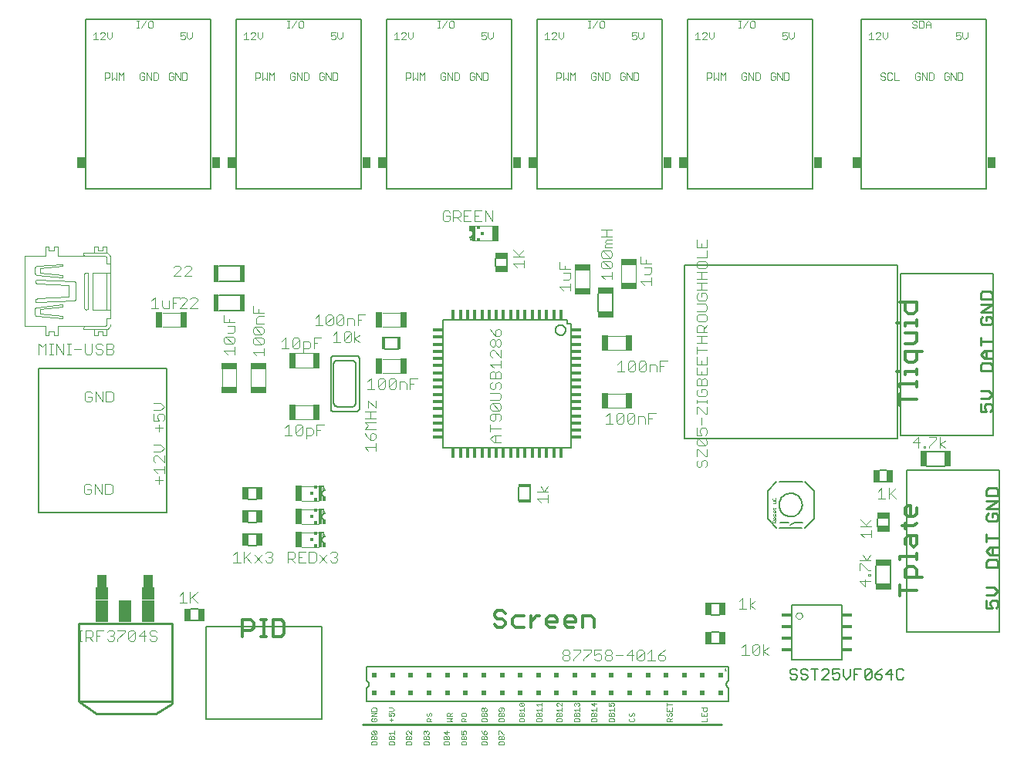
<source format=gto>
G75*
%MOIN*%
%OFA0B0*%
%FSLAX24Y24*%
%IPPOS*%
%LPD*%
%AMOC8*
5,1,8,0,0,1.08239X$1,22.5*
%
%ADD10C,0.0140*%
%ADD11C,0.0100*%
%ADD12C,0.0020*%
%ADD13C,0.0080*%
%ADD14C,0.0010*%
%ADD15R,0.0364X0.0450*%
%ADD16C,0.0060*%
%ADD17R,0.0256X0.0551*%
%ADD18C,0.0040*%
%ADD19C,0.0004*%
%ADD20R,0.0049X0.0197*%
%ADD21R,0.0128X0.0089*%
%ADD22R,0.0089X0.0049*%
%ADD23R,0.0049X0.0167*%
%ADD24R,0.0138X0.0197*%
%ADD25R,0.0049X0.0236*%
%ADD26R,0.0118X0.0669*%
%ADD27R,0.0276X0.0669*%
%ADD28R,0.0167X0.0128*%
%ADD29R,0.0138X0.0138*%
%ADD30C,0.0050*%
%ADD31R,0.0295X0.0669*%
%ADD32R,0.0669X0.0295*%
%ADD33R,0.0560X0.0140*%
%ADD34R,0.0140X0.0560*%
%ADD35R,0.0230X0.0720*%
%ADD36R,0.0400X0.0140*%
%ADD37R,0.0440X0.0560*%
%ADD38R,0.0560X0.0560*%
%ADD39R,0.0560X0.0980*%
%ADD40R,0.0690X0.0290*%
%ADD41R,0.0290X0.0690*%
%ADD42R,0.0551X0.0256*%
%ADD43R,0.0180X0.0430*%
%ADD44R,0.0430X0.0180*%
%ADD45R,0.0197X0.0197*%
D10*
X009520Y005500D02*
X009520Y006221D01*
X009880Y006221D01*
X010000Y006101D01*
X010000Y005860D01*
X009880Y005740D01*
X009520Y005740D01*
X010312Y005500D02*
X010552Y005500D01*
X010432Y005500D02*
X010432Y006221D01*
X010312Y006221D02*
X010552Y006221D01*
X010840Y006221D02*
X011200Y006221D01*
X011320Y006101D01*
X011320Y005620D01*
X011200Y005500D01*
X010840Y005500D01*
X010840Y006221D01*
X020401Y006370D02*
X020521Y006250D01*
X020761Y006250D01*
X020881Y006130D01*
X020881Y006010D01*
X020761Y005890D01*
X020521Y005890D01*
X020401Y006010D01*
X020401Y006370D02*
X020401Y006491D01*
X020521Y006611D01*
X020761Y006611D01*
X020881Y006491D01*
X021193Y006250D02*
X021193Y006010D01*
X021313Y005890D01*
X021673Y005890D01*
X021984Y005890D02*
X021984Y006370D01*
X021984Y006130D02*
X022225Y006370D01*
X022345Y006370D01*
X022644Y006250D02*
X022644Y006010D01*
X022764Y005890D01*
X023005Y005890D01*
X023125Y006130D02*
X022644Y006130D01*
X022644Y006250D02*
X022764Y006370D01*
X023005Y006370D01*
X023125Y006250D01*
X023125Y006130D01*
X023436Y006130D02*
X023917Y006130D01*
X023917Y006250D01*
X023797Y006370D01*
X023556Y006370D01*
X023436Y006250D01*
X023436Y006010D01*
X023556Y005890D01*
X023797Y005890D01*
X024228Y005890D02*
X024228Y006370D01*
X024588Y006370D01*
X024709Y006250D01*
X024709Y005890D01*
X021673Y006370D02*
X021313Y006370D01*
X021193Y006250D01*
X037909Y007250D02*
X037909Y007730D01*
X037909Y007490D02*
X038630Y007490D01*
X038630Y008042D02*
X038630Y008402D01*
X038510Y008522D01*
X038270Y008522D01*
X038150Y008402D01*
X038150Y008042D01*
X038870Y008042D01*
X038630Y008834D02*
X038630Y009074D01*
X038630Y008954D02*
X037909Y008954D01*
X037909Y008834D01*
X038510Y009362D02*
X038390Y009482D01*
X038390Y009842D01*
X038270Y009842D02*
X038630Y009842D01*
X038630Y009482D01*
X038510Y009362D01*
X038150Y009482D02*
X038150Y009722D01*
X038270Y009842D01*
X038150Y010154D02*
X038150Y010394D01*
X038029Y010274D02*
X038510Y010274D01*
X038630Y010394D01*
X038510Y010681D02*
X038270Y010681D01*
X038150Y010802D01*
X038150Y011042D01*
X038270Y011162D01*
X038390Y011162D01*
X038390Y010681D01*
X038510Y010681D02*
X038630Y010802D01*
X038630Y011042D01*
X037909Y015500D02*
X037909Y015980D01*
X037909Y015740D02*
X038630Y015740D01*
X038630Y016292D02*
X038630Y016532D01*
X038630Y016412D02*
X037909Y016412D01*
X037909Y016292D01*
X038150Y016820D02*
X038150Y016940D01*
X038630Y016940D01*
X038630Y016820D02*
X038630Y017060D01*
X038510Y017348D02*
X038630Y017468D01*
X038630Y017828D01*
X038870Y017828D02*
X038150Y017828D01*
X038150Y017468D01*
X038270Y017348D01*
X038510Y017348D01*
X037909Y016940D02*
X037789Y016940D01*
X038150Y018140D02*
X038510Y018140D01*
X038630Y018260D01*
X038630Y018620D01*
X038150Y018620D01*
X038150Y018931D02*
X038150Y019052D01*
X038630Y019052D01*
X038630Y019172D02*
X038630Y018931D01*
X038510Y019459D02*
X038270Y019459D01*
X038150Y019579D01*
X038150Y019940D01*
X037909Y019940D02*
X038630Y019940D01*
X038630Y019579D01*
X038510Y019459D01*
X037909Y019052D02*
X037789Y019052D01*
D11*
X006470Y002680D02*
X002430Y002680D01*
X003220Y002140D01*
X005780Y002140D01*
X006470Y002580D01*
X006470Y002680D01*
X006470Y006040D01*
X006470Y005340D01*
X006470Y006040D02*
X002430Y006040D01*
X002430Y005340D01*
X002430Y006040D02*
X002430Y002680D01*
X014700Y001680D02*
X030200Y001680D01*
X041650Y006730D02*
X041900Y006730D01*
X041816Y006897D01*
X041816Y006980D01*
X041900Y007064D01*
X042067Y007064D01*
X042150Y006980D01*
X042150Y006813D01*
X042067Y006730D01*
X041650Y006730D02*
X041650Y007064D01*
X041650Y007282D02*
X041983Y007282D01*
X042150Y007449D01*
X041983Y007616D01*
X041650Y007616D01*
X041650Y008480D02*
X041650Y008730D01*
X041733Y008814D01*
X042067Y008814D01*
X042150Y008730D01*
X042150Y008480D01*
X041650Y008480D01*
X041816Y009032D02*
X041650Y009199D01*
X041816Y009366D01*
X042150Y009366D01*
X041900Y009366D02*
X041900Y009032D01*
X041816Y009032D02*
X042150Y009032D01*
X042150Y009752D02*
X041650Y009752D01*
X041650Y009585D02*
X041650Y009919D01*
X041733Y010480D02*
X042067Y010480D01*
X042150Y010563D01*
X042150Y010730D01*
X042067Y010814D01*
X041900Y010814D01*
X041900Y010647D01*
X041733Y010814D02*
X041650Y010730D01*
X041650Y010563D01*
X041733Y010480D01*
X041650Y011032D02*
X042150Y011366D01*
X041650Y011366D01*
X041650Y011585D02*
X041650Y011835D01*
X041733Y011919D01*
X042067Y011919D01*
X042150Y011835D01*
X042150Y011585D01*
X041650Y011585D01*
X041650Y011032D02*
X042150Y011032D01*
X041817Y015230D02*
X041900Y015313D01*
X041900Y015480D01*
X041817Y015564D01*
X041650Y015564D01*
X041566Y015480D01*
X041566Y015397D01*
X041650Y015230D01*
X041400Y015230D01*
X041400Y015564D01*
X041400Y015782D02*
X041733Y015782D01*
X041900Y015949D01*
X041733Y016116D01*
X041400Y016116D01*
X041400Y016980D02*
X041400Y017230D01*
X041483Y017314D01*
X041817Y017314D01*
X041900Y017230D01*
X041900Y016980D01*
X041400Y016980D01*
X041566Y017532D02*
X041400Y017699D01*
X041566Y017866D01*
X041900Y017866D01*
X041650Y017866D02*
X041650Y017532D01*
X041566Y017532D02*
X041900Y017532D01*
X041900Y018252D02*
X041400Y018252D01*
X041400Y018085D02*
X041400Y018419D01*
X041483Y018980D02*
X041817Y018980D01*
X041900Y019063D01*
X041900Y019230D01*
X041817Y019314D01*
X041650Y019314D01*
X041650Y019147D01*
X041483Y019314D02*
X041400Y019230D01*
X041400Y019063D01*
X041483Y018980D01*
X041400Y019532D02*
X041900Y019866D01*
X041400Y019866D01*
X041400Y020085D02*
X041400Y020335D01*
X041483Y020419D01*
X041817Y020419D01*
X041900Y020335D01*
X041900Y020085D01*
X041400Y020085D01*
X041400Y019532D02*
X041900Y019532D01*
D12*
X033420Y006390D02*
X033422Y006413D01*
X033428Y006435D01*
X033437Y006457D01*
X033450Y006476D01*
X033465Y006493D01*
X033483Y006507D01*
X033504Y006518D01*
X033526Y006526D01*
X033548Y006530D01*
X033572Y006530D01*
X033594Y006526D01*
X033616Y006518D01*
X033637Y006507D01*
X033655Y006493D01*
X033670Y006476D01*
X033683Y006457D01*
X033692Y006435D01*
X033698Y006413D01*
X033700Y006390D01*
X033698Y006367D01*
X033692Y006345D01*
X033683Y006323D01*
X033670Y006304D01*
X033655Y006287D01*
X033637Y006273D01*
X033616Y006262D01*
X033594Y006254D01*
X033572Y006250D01*
X033548Y006250D01*
X033526Y006254D01*
X033504Y006262D01*
X033483Y006273D01*
X033465Y006287D01*
X033450Y006304D01*
X033437Y006323D01*
X033428Y006345D01*
X033422Y006367D01*
X033420Y006390D01*
X029565Y002404D02*
X029345Y002404D01*
X029418Y002404D02*
X029418Y002294D01*
X029455Y002257D01*
X029528Y002257D01*
X029565Y002294D01*
X029565Y002404D01*
X029565Y002183D02*
X029565Y002036D01*
X029345Y002036D01*
X029345Y002183D01*
X029455Y002109D02*
X029455Y002036D01*
X029565Y001962D02*
X029565Y001815D01*
X029345Y001815D01*
X028065Y001815D02*
X027845Y001815D01*
X027845Y001925D01*
X027882Y001962D01*
X027955Y001962D01*
X027992Y001925D01*
X027992Y001815D01*
X027992Y001888D02*
X028065Y001962D01*
X028028Y002036D02*
X028065Y002073D01*
X028065Y002146D01*
X028028Y002183D01*
X027992Y002183D01*
X027955Y002146D01*
X027955Y002073D01*
X027918Y002036D01*
X027882Y002036D01*
X027845Y002073D01*
X027845Y002146D01*
X027882Y002183D01*
X027845Y002257D02*
X028065Y002257D01*
X028065Y002404D01*
X027955Y002330D02*
X027955Y002257D01*
X027845Y002257D02*
X027845Y002404D01*
X027845Y002478D02*
X027845Y002625D01*
X027845Y002551D02*
X028065Y002551D01*
X026440Y002146D02*
X026440Y002073D01*
X026403Y002036D01*
X026403Y001962D02*
X026440Y001925D01*
X026440Y001852D01*
X026403Y001815D01*
X026257Y001815D01*
X026220Y001852D01*
X026220Y001925D01*
X026257Y001962D01*
X026257Y002036D02*
X026293Y002036D01*
X026330Y002073D01*
X026330Y002146D01*
X026367Y002183D01*
X026403Y002183D01*
X026440Y002146D01*
X026257Y002183D02*
X026220Y002146D01*
X026220Y002073D01*
X026257Y002036D01*
X025565Y002036D02*
X025565Y002146D01*
X025528Y002183D01*
X025492Y002183D01*
X025455Y002146D01*
X025455Y002036D01*
X025528Y001962D02*
X025382Y001962D01*
X025345Y001925D01*
X025345Y001815D01*
X025565Y001815D01*
X025565Y001925D01*
X025528Y001962D01*
X025565Y002036D02*
X025345Y002036D01*
X025345Y002146D01*
X025382Y002183D01*
X025418Y002183D01*
X025455Y002146D01*
X025418Y002257D02*
X025345Y002330D01*
X025565Y002330D01*
X025565Y002257D02*
X025565Y002404D01*
X025528Y002478D02*
X025565Y002515D01*
X025565Y002588D01*
X025528Y002625D01*
X025455Y002625D01*
X025418Y002588D01*
X025418Y002551D01*
X025455Y002478D01*
X025345Y002478D01*
X025345Y002625D01*
X024815Y002588D02*
X024595Y002588D01*
X024705Y002478D01*
X024705Y002625D01*
X024815Y002404D02*
X024815Y002257D01*
X024815Y002330D02*
X024595Y002330D01*
X024668Y002257D01*
X024668Y002183D02*
X024705Y002146D01*
X024705Y002036D01*
X024778Y001962D02*
X024632Y001962D01*
X024595Y001925D01*
X024595Y001815D01*
X024815Y001815D01*
X024815Y001925D01*
X024778Y001962D01*
X024815Y002036D02*
X024595Y002036D01*
X024595Y002146D01*
X024632Y002183D01*
X024668Y002183D01*
X024705Y002146D02*
X024742Y002183D01*
X024778Y002183D01*
X024815Y002146D01*
X024815Y002036D01*
X024065Y002036D02*
X024065Y002146D01*
X024028Y002183D01*
X023992Y002183D01*
X023955Y002146D01*
X023955Y002036D01*
X024028Y001962D02*
X023882Y001962D01*
X023845Y001925D01*
X023845Y001815D01*
X024065Y001815D01*
X024065Y001925D01*
X024028Y001962D01*
X024065Y002036D02*
X023845Y002036D01*
X023845Y002146D01*
X023882Y002183D01*
X023918Y002183D01*
X023955Y002146D01*
X023918Y002257D02*
X023845Y002330D01*
X024065Y002330D01*
X024065Y002257D02*
X024065Y002404D01*
X024028Y002478D02*
X024065Y002515D01*
X024065Y002588D01*
X024028Y002625D01*
X023992Y002625D01*
X023955Y002588D01*
X023955Y002551D01*
X023955Y002588D02*
X023918Y002625D01*
X023882Y002625D01*
X023845Y002588D01*
X023845Y002515D01*
X023882Y002478D01*
X023315Y002478D02*
X023168Y002625D01*
X023132Y002625D01*
X023095Y002588D01*
X023095Y002515D01*
X023132Y002478D01*
X023095Y002330D02*
X023315Y002330D01*
X023315Y002257D02*
X023315Y002404D01*
X023315Y002478D02*
X023315Y002625D01*
X023095Y002330D02*
X023168Y002257D01*
X023168Y002183D02*
X023205Y002146D01*
X023205Y002036D01*
X023278Y001962D02*
X023132Y001962D01*
X023095Y001925D01*
X023095Y001815D01*
X023315Y001815D01*
X023315Y001925D01*
X023278Y001962D01*
X023315Y002036D02*
X023315Y002146D01*
X023278Y002183D01*
X023242Y002183D01*
X023205Y002146D01*
X023168Y002183D02*
X023132Y002183D01*
X023095Y002146D01*
X023095Y002036D01*
X023315Y002036D01*
X022440Y002036D02*
X022440Y002146D01*
X022403Y002183D01*
X022367Y002183D01*
X022330Y002146D01*
X022330Y002036D01*
X022403Y001962D02*
X022257Y001962D01*
X022220Y001925D01*
X022220Y001815D01*
X022440Y001815D01*
X022440Y001925D01*
X022403Y001962D01*
X022440Y002036D02*
X022220Y002036D01*
X022220Y002146D01*
X022257Y002183D01*
X022293Y002183D01*
X022330Y002146D01*
X022293Y002257D02*
X022220Y002330D01*
X022440Y002330D01*
X022440Y002257D02*
X022440Y002404D01*
X022440Y002478D02*
X022440Y002625D01*
X022440Y002551D02*
X022220Y002551D01*
X022293Y002478D01*
X021690Y002515D02*
X021653Y002478D01*
X021507Y002625D01*
X021653Y002625D01*
X021690Y002588D01*
X021690Y002515D01*
X021653Y002478D02*
X021507Y002478D01*
X021470Y002515D01*
X021470Y002588D01*
X021507Y002625D01*
X021690Y002404D02*
X021690Y002257D01*
X021690Y002330D02*
X021470Y002330D01*
X021543Y002257D01*
X021543Y002183D02*
X021580Y002146D01*
X021580Y002036D01*
X021653Y001962D02*
X021507Y001962D01*
X021470Y001925D01*
X021470Y001815D01*
X021690Y001815D01*
X021690Y001925D01*
X021653Y001962D01*
X021690Y002036D02*
X021470Y002036D01*
X021470Y002146D01*
X021507Y002183D01*
X021543Y002183D01*
X021580Y002146D02*
X021617Y002183D01*
X021653Y002183D01*
X021690Y002146D01*
X021690Y002036D01*
X020815Y002036D02*
X020815Y002146D01*
X020778Y002183D01*
X020742Y002183D01*
X020705Y002146D01*
X020705Y002036D01*
X020778Y001962D02*
X020632Y001962D01*
X020595Y001925D01*
X020595Y001815D01*
X020815Y001815D01*
X020815Y001925D01*
X020778Y001962D01*
X020815Y002036D02*
X020595Y002036D01*
X020595Y002146D01*
X020632Y002183D01*
X020668Y002183D01*
X020705Y002146D01*
X020668Y002257D02*
X020705Y002294D01*
X020705Y002404D01*
X020778Y002404D02*
X020632Y002404D01*
X020595Y002367D01*
X020595Y002294D01*
X020632Y002257D01*
X020668Y002257D01*
X020778Y002257D02*
X020815Y002294D01*
X020815Y002367D01*
X020778Y002404D01*
X020065Y002367D02*
X020065Y002294D01*
X020028Y002257D01*
X019992Y002257D01*
X019955Y002294D01*
X019955Y002367D01*
X019992Y002404D01*
X020028Y002404D01*
X020065Y002367D01*
X019955Y002367D02*
X019918Y002404D01*
X019882Y002404D01*
X019845Y002367D01*
X019845Y002294D01*
X019882Y002257D01*
X019918Y002257D01*
X019955Y002294D01*
X019992Y002183D02*
X020028Y002183D01*
X020065Y002146D01*
X020065Y002036D01*
X019845Y002036D01*
X019845Y002146D01*
X019882Y002183D01*
X019918Y002183D01*
X019955Y002146D01*
X019955Y002036D01*
X020028Y001962D02*
X019882Y001962D01*
X019845Y001925D01*
X019845Y001815D01*
X020065Y001815D01*
X020065Y001925D01*
X020028Y001962D01*
X019955Y002146D02*
X019992Y002183D01*
X019992Y001404D02*
X019955Y001367D01*
X019955Y001257D01*
X020028Y001257D01*
X020065Y001294D01*
X020065Y001367D01*
X020028Y001404D01*
X019992Y001404D01*
X019882Y001330D02*
X019955Y001257D01*
X019992Y001183D02*
X020028Y001183D01*
X020065Y001146D01*
X020065Y001036D01*
X019845Y001036D01*
X019845Y001146D01*
X019882Y001183D01*
X019918Y001183D01*
X019955Y001146D01*
X019955Y001036D01*
X020028Y000962D02*
X019882Y000962D01*
X019845Y000925D01*
X019845Y000815D01*
X020065Y000815D01*
X020065Y000925D01*
X020028Y000962D01*
X019955Y001146D02*
X019992Y001183D01*
X019882Y001330D02*
X019845Y001404D01*
X019190Y001367D02*
X019190Y001294D01*
X019153Y001257D01*
X019080Y001257D02*
X019043Y001330D01*
X019043Y001367D01*
X019080Y001404D01*
X019153Y001404D01*
X019190Y001367D01*
X019080Y001257D02*
X018970Y001257D01*
X018970Y001404D01*
X019007Y001183D02*
X019043Y001183D01*
X019080Y001146D01*
X019080Y001036D01*
X019153Y000962D02*
X019007Y000962D01*
X018970Y000925D01*
X018970Y000815D01*
X019190Y000815D01*
X019190Y000925D01*
X019153Y000962D01*
X019190Y001036D02*
X018970Y001036D01*
X018970Y001146D01*
X019007Y001183D01*
X019080Y001146D02*
X019117Y001183D01*
X019153Y001183D01*
X019190Y001146D01*
X019190Y001036D01*
X018440Y001036D02*
X018440Y001146D01*
X018403Y001183D01*
X018367Y001183D01*
X018330Y001146D01*
X018330Y001036D01*
X018403Y000962D02*
X018257Y000962D01*
X018220Y000925D01*
X018220Y000815D01*
X018440Y000815D01*
X018440Y000925D01*
X018403Y000962D01*
X018440Y001036D02*
X018220Y001036D01*
X018220Y001146D01*
X018257Y001183D01*
X018293Y001183D01*
X018330Y001146D01*
X018330Y001257D02*
X018330Y001404D01*
X018440Y001367D02*
X018220Y001367D01*
X018330Y001257D01*
X018345Y001815D02*
X018565Y001815D01*
X018492Y001888D01*
X018565Y001962D01*
X018345Y001962D01*
X018345Y002036D02*
X018345Y002146D01*
X018382Y002183D01*
X018455Y002183D01*
X018492Y002146D01*
X018492Y002036D01*
X018565Y002036D02*
X018345Y002036D01*
X018492Y002109D02*
X018565Y002183D01*
X018970Y002146D02*
X018970Y002036D01*
X019190Y002036D01*
X019190Y002146D01*
X019153Y002183D01*
X019007Y002183D01*
X018970Y002146D01*
X019007Y001962D02*
X019080Y001962D01*
X019117Y001925D01*
X019117Y001815D01*
X019190Y001815D02*
X018970Y001815D01*
X018970Y001925D01*
X019007Y001962D01*
X019117Y001888D02*
X019190Y001962D01*
X020595Y001404D02*
X020595Y001257D01*
X020632Y001183D02*
X020668Y001183D01*
X020705Y001146D01*
X020705Y001036D01*
X020778Y000962D02*
X020632Y000962D01*
X020595Y000925D01*
X020595Y000815D01*
X020815Y000815D01*
X020815Y000925D01*
X020778Y000962D01*
X020815Y001036D02*
X020815Y001146D01*
X020778Y001183D01*
X020742Y001183D01*
X020705Y001146D01*
X020632Y001183D02*
X020595Y001146D01*
X020595Y001036D01*
X020815Y001036D01*
X020815Y001257D02*
X020778Y001257D01*
X020632Y001404D01*
X020595Y001404D01*
X017690Y001815D02*
X017470Y001815D01*
X017470Y001925D01*
X017507Y001962D01*
X017580Y001962D01*
X017617Y001925D01*
X017617Y001815D01*
X017617Y001888D02*
X017690Y001962D01*
X017653Y002036D02*
X017690Y002073D01*
X017690Y002146D01*
X017653Y002183D01*
X017617Y002183D01*
X017580Y002146D01*
X017580Y002073D01*
X017543Y002036D01*
X017507Y002036D01*
X017470Y002073D01*
X017470Y002146D01*
X017507Y002183D01*
X017492Y001404D02*
X017528Y001404D01*
X017565Y001367D01*
X017565Y001294D01*
X017528Y001257D01*
X017528Y001183D02*
X017565Y001146D01*
X017565Y001036D01*
X017345Y001036D01*
X017345Y001146D01*
X017382Y001183D01*
X017418Y001183D01*
X017455Y001146D01*
X017455Y001036D01*
X017528Y000962D02*
X017382Y000962D01*
X017345Y000925D01*
X017345Y000815D01*
X017565Y000815D01*
X017565Y000925D01*
X017528Y000962D01*
X017455Y001146D02*
X017492Y001183D01*
X017528Y001183D01*
X017382Y001257D02*
X017345Y001294D01*
X017345Y001367D01*
X017382Y001404D01*
X017418Y001404D01*
X017455Y001367D01*
X017492Y001404D01*
X017455Y001367D02*
X017455Y001330D01*
X016815Y001257D02*
X016668Y001404D01*
X016632Y001404D01*
X016595Y001367D01*
X016595Y001294D01*
X016632Y001257D01*
X016632Y001183D02*
X016668Y001183D01*
X016705Y001146D01*
X016705Y001036D01*
X016778Y000962D02*
X016632Y000962D01*
X016595Y000925D01*
X016595Y000815D01*
X016815Y000815D01*
X016815Y000925D01*
X016778Y000962D01*
X016815Y001036D02*
X016815Y001146D01*
X016778Y001183D01*
X016742Y001183D01*
X016705Y001146D01*
X016632Y001183D02*
X016595Y001146D01*
X016595Y001036D01*
X016815Y001036D01*
X016815Y001257D02*
X016815Y001404D01*
X016065Y001404D02*
X016065Y001257D01*
X016065Y001330D02*
X015845Y001330D01*
X015918Y001257D01*
X015918Y001183D02*
X015955Y001146D01*
X015955Y001036D01*
X016028Y000962D02*
X015882Y000962D01*
X015845Y000925D01*
X015845Y000815D01*
X016065Y000815D01*
X016065Y000925D01*
X016028Y000962D01*
X016065Y001036D02*
X015845Y001036D01*
X015845Y001146D01*
X015882Y001183D01*
X015918Y001183D01*
X015955Y001146D02*
X015992Y001183D01*
X016028Y001183D01*
X016065Y001146D01*
X016065Y001036D01*
X015315Y001036D02*
X015315Y001146D01*
X015278Y001183D01*
X015242Y001183D01*
X015205Y001146D01*
X015205Y001036D01*
X015278Y000962D02*
X015132Y000962D01*
X015095Y000925D01*
X015095Y000815D01*
X015315Y000815D01*
X015315Y000925D01*
X015278Y000962D01*
X015315Y001036D02*
X015095Y001036D01*
X015095Y001146D01*
X015132Y001183D01*
X015168Y001183D01*
X015205Y001146D01*
X015278Y001257D02*
X015132Y001404D01*
X015278Y001404D01*
X015315Y001367D01*
X015315Y001294D01*
X015278Y001257D01*
X015132Y001257D01*
X015095Y001294D01*
X015095Y001367D01*
X015132Y001404D01*
X015132Y001815D02*
X015278Y001815D01*
X015315Y001852D01*
X015315Y001925D01*
X015278Y001962D01*
X015205Y001962D01*
X015205Y001888D01*
X015132Y001815D02*
X015095Y001852D01*
X015095Y001925D01*
X015132Y001962D01*
X015095Y002036D02*
X015315Y002183D01*
X015095Y002183D01*
X015095Y002257D02*
X015095Y002367D01*
X015132Y002404D01*
X015278Y002404D01*
X015315Y002367D01*
X015315Y002257D01*
X015095Y002257D01*
X015095Y002036D02*
X015315Y002036D01*
X015845Y002036D02*
X015955Y002036D01*
X015918Y002109D01*
X015918Y002146D01*
X015955Y002183D01*
X016028Y002183D01*
X016065Y002146D01*
X016065Y002073D01*
X016028Y002036D01*
X015955Y001962D02*
X015955Y001815D01*
X015882Y001888D02*
X016028Y001888D01*
X015845Y002036D02*
X015845Y002183D01*
X015845Y002257D02*
X015992Y002257D01*
X016065Y002330D01*
X015992Y002404D01*
X015845Y002404D01*
D13*
X014885Y002682D02*
X014885Y003273D01*
X014906Y003285D01*
X014925Y003300D01*
X014943Y003317D01*
X014957Y003337D01*
X014969Y003359D01*
X014977Y003382D01*
X014982Y003406D01*
X014984Y003430D01*
X014982Y003454D01*
X014977Y003478D01*
X014969Y003501D01*
X014957Y003523D01*
X014943Y003543D01*
X014925Y003560D01*
X014906Y003575D01*
X014885Y003587D01*
X014885Y004178D01*
X030515Y004178D01*
X030515Y003587D01*
X030494Y003575D01*
X030475Y003560D01*
X030457Y003543D01*
X030443Y003523D01*
X030431Y003501D01*
X030423Y003478D01*
X030418Y003454D01*
X030416Y003430D01*
X030418Y003406D01*
X030423Y003382D01*
X030431Y003359D01*
X030443Y003337D01*
X030457Y003317D01*
X030475Y003300D01*
X030494Y003285D01*
X030515Y003273D01*
X030515Y002682D01*
X014885Y002682D01*
X032200Y010574D02*
X032200Y011786D01*
X032594Y012180D01*
X032712Y012180D02*
X033700Y012180D01*
X033806Y012180D02*
X034200Y011786D01*
X034200Y010574D01*
X033806Y010180D01*
X033688Y010180D02*
X032712Y010180D01*
X032594Y010180D02*
X032200Y010574D01*
X032700Y011180D02*
X032702Y011224D01*
X032708Y011268D01*
X032718Y011311D01*
X032731Y011353D01*
X032748Y011394D01*
X032769Y011433D01*
X032793Y011470D01*
X032820Y011505D01*
X032850Y011537D01*
X032883Y011567D01*
X032919Y011593D01*
X032956Y011617D01*
X032996Y011636D01*
X033037Y011653D01*
X033080Y011665D01*
X033123Y011674D01*
X033167Y011679D01*
X033211Y011680D01*
X033255Y011677D01*
X033299Y011670D01*
X033342Y011659D01*
X033384Y011645D01*
X033424Y011627D01*
X033463Y011605D01*
X033499Y011581D01*
X033533Y011553D01*
X033565Y011522D01*
X033594Y011488D01*
X033620Y011452D01*
X033642Y011414D01*
X033661Y011374D01*
X033676Y011332D01*
X033688Y011290D01*
X033696Y011246D01*
X033700Y011202D01*
X033700Y011158D01*
X033696Y011114D01*
X033688Y011070D01*
X033676Y011028D01*
X033661Y010986D01*
X033642Y010946D01*
X033620Y010908D01*
X033594Y010872D01*
X033565Y010838D01*
X033533Y010807D01*
X033499Y010779D01*
X033463Y010755D01*
X033424Y010733D01*
X033384Y010715D01*
X033342Y010701D01*
X033299Y010690D01*
X033255Y010683D01*
X033211Y010680D01*
X033167Y010681D01*
X033123Y010686D01*
X033080Y010695D01*
X033037Y010707D01*
X032996Y010724D01*
X032956Y010743D01*
X032919Y010767D01*
X032883Y010793D01*
X032850Y010823D01*
X032820Y010855D01*
X032793Y010890D01*
X032769Y010927D01*
X032748Y010966D01*
X032731Y011007D01*
X032718Y011049D01*
X032708Y011092D01*
X032702Y011136D01*
X032700Y011180D01*
X034157Y024866D02*
X028743Y024866D01*
X028743Y032189D01*
X034157Y032189D01*
X034157Y024866D01*
X036243Y024866D02*
X036243Y032189D01*
X041657Y032189D01*
X041657Y024866D01*
X036243Y024866D01*
X027657Y024866D02*
X027657Y032189D01*
X022243Y032189D01*
X022243Y024866D01*
X027657Y024866D01*
X021157Y024866D02*
X021157Y032189D01*
X015743Y032189D01*
X015743Y024866D01*
X021157Y024866D01*
X014657Y024866D02*
X014657Y032189D01*
X009243Y032189D01*
X009243Y024866D01*
X014657Y024866D01*
X008157Y024866D02*
X008157Y032189D01*
X002743Y032189D01*
X002743Y024866D01*
X008157Y024866D01*
D14*
X007074Y029560D02*
X006919Y029560D01*
X006919Y029870D01*
X007074Y029870D01*
X007126Y029819D01*
X007126Y029612D01*
X007074Y029560D01*
X006831Y029560D02*
X006831Y029870D01*
X006625Y029870D02*
X006831Y029560D01*
X006625Y029560D02*
X006625Y029870D01*
X006537Y029819D02*
X006485Y029870D01*
X006382Y029870D01*
X006330Y029819D01*
X006330Y029612D01*
X006382Y029560D01*
X006485Y029560D01*
X006537Y029612D01*
X006537Y029715D01*
X006433Y029715D01*
X005876Y029612D02*
X005876Y029819D01*
X005824Y029870D01*
X005669Y029870D01*
X005669Y029560D01*
X005824Y029560D01*
X005876Y029612D01*
X005581Y029560D02*
X005581Y029870D01*
X005375Y029870D02*
X005581Y029560D01*
X005375Y029560D02*
X005375Y029870D01*
X005287Y029819D02*
X005235Y029870D01*
X005132Y029870D01*
X005080Y029819D01*
X005080Y029612D01*
X005132Y029560D01*
X005235Y029560D01*
X005287Y029612D01*
X005287Y029715D01*
X005183Y029715D01*
X004376Y029870D02*
X004376Y029560D01*
X004169Y029560D02*
X004169Y029870D01*
X004273Y029767D01*
X004376Y029870D01*
X004081Y029870D02*
X004081Y029560D01*
X003978Y029663D01*
X003875Y029560D01*
X003875Y029870D01*
X003787Y029819D02*
X003787Y029715D01*
X003735Y029663D01*
X003580Y029663D01*
X003580Y029560D02*
X003580Y029870D01*
X003735Y029870D01*
X003787Y029819D01*
X003773Y031310D02*
X003876Y031413D01*
X003876Y031620D01*
X003669Y031620D02*
X003669Y031413D01*
X003773Y031310D01*
X003581Y031310D02*
X003375Y031310D01*
X003581Y031517D01*
X003581Y031569D01*
X003530Y031620D01*
X003426Y031620D01*
X003375Y031569D01*
X003183Y031620D02*
X003183Y031310D01*
X003080Y031310D02*
X003287Y031310D01*
X003080Y031517D02*
X003183Y031620D01*
X004955Y031810D02*
X005058Y031810D01*
X005007Y031810D02*
X005007Y032120D01*
X005058Y032120D02*
X004955Y032120D01*
X005151Y031810D02*
X005358Y032120D01*
X005446Y032069D02*
X005446Y031862D01*
X005498Y031810D01*
X005601Y031810D01*
X005653Y031862D01*
X005653Y032069D01*
X005601Y032120D01*
X005498Y032120D01*
X005446Y032069D01*
X006830Y031620D02*
X006830Y031465D01*
X006933Y031517D01*
X006985Y031517D01*
X007037Y031465D01*
X007037Y031362D01*
X006985Y031310D01*
X006882Y031310D01*
X006830Y031362D01*
X006830Y031620D02*
X007037Y031620D01*
X007125Y031620D02*
X007125Y031413D01*
X007228Y031310D01*
X007331Y031413D01*
X007331Y031620D01*
X009580Y031517D02*
X009683Y031620D01*
X009683Y031310D01*
X009580Y031310D02*
X009787Y031310D01*
X009875Y031310D02*
X010081Y031517D01*
X010081Y031569D01*
X010030Y031620D01*
X009926Y031620D01*
X009875Y031569D01*
X009875Y031310D02*
X010081Y031310D01*
X010169Y031413D02*
X010273Y031310D01*
X010376Y031413D01*
X010376Y031620D01*
X010169Y031620D02*
X010169Y031413D01*
X011455Y031810D02*
X011558Y031810D01*
X011507Y031810D02*
X011507Y032120D01*
X011558Y032120D02*
X011455Y032120D01*
X011651Y031810D02*
X011858Y032120D01*
X011946Y032069D02*
X011946Y031862D01*
X011998Y031810D01*
X012101Y031810D01*
X012153Y031862D01*
X012153Y032069D01*
X012101Y032120D01*
X011998Y032120D01*
X011946Y032069D01*
X013330Y031620D02*
X013330Y031465D01*
X013433Y031517D01*
X013485Y031517D01*
X013537Y031465D01*
X013537Y031362D01*
X013485Y031310D01*
X013382Y031310D01*
X013330Y031362D01*
X013330Y031620D02*
X013537Y031620D01*
X013625Y031620D02*
X013625Y031413D01*
X013728Y031310D01*
X013831Y031413D01*
X013831Y031620D01*
X013574Y029870D02*
X013419Y029870D01*
X013419Y029560D01*
X013574Y029560D01*
X013626Y029612D01*
X013626Y029819D01*
X013574Y029870D01*
X013331Y029870D02*
X013331Y029560D01*
X013125Y029870D01*
X013125Y029560D01*
X013037Y029612D02*
X013037Y029715D01*
X012933Y029715D01*
X012830Y029612D02*
X012882Y029560D01*
X012985Y029560D01*
X013037Y029612D01*
X013037Y029819D02*
X012985Y029870D01*
X012882Y029870D01*
X012830Y029819D01*
X012830Y029612D01*
X012376Y029612D02*
X012376Y029819D01*
X012324Y029870D01*
X012169Y029870D01*
X012169Y029560D01*
X012324Y029560D01*
X012376Y029612D01*
X012081Y029560D02*
X012081Y029870D01*
X011875Y029870D02*
X012081Y029560D01*
X011875Y029560D02*
X011875Y029870D01*
X011787Y029819D02*
X011735Y029870D01*
X011632Y029870D01*
X011580Y029819D01*
X011580Y029612D01*
X011632Y029560D01*
X011735Y029560D01*
X011787Y029612D01*
X011787Y029715D01*
X011683Y029715D01*
X010876Y029870D02*
X010876Y029560D01*
X010669Y029560D02*
X010669Y029870D01*
X010773Y029767D01*
X010876Y029870D01*
X010581Y029870D02*
X010581Y029560D01*
X010478Y029663D01*
X010375Y029560D01*
X010375Y029870D01*
X010287Y029819D02*
X010287Y029715D01*
X010235Y029663D01*
X010080Y029663D01*
X010080Y029560D02*
X010080Y029870D01*
X010235Y029870D01*
X010287Y029819D01*
X016080Y031310D02*
X016287Y031310D01*
X016375Y031310D02*
X016581Y031517D01*
X016581Y031569D01*
X016530Y031620D01*
X016426Y031620D01*
X016375Y031569D01*
X016183Y031620D02*
X016183Y031310D01*
X016375Y031310D02*
X016581Y031310D01*
X016669Y031413D02*
X016773Y031310D01*
X016876Y031413D01*
X016876Y031620D01*
X016669Y031620D02*
X016669Y031413D01*
X016183Y031620D02*
X016080Y031517D01*
X017955Y031810D02*
X018058Y031810D01*
X018007Y031810D02*
X018007Y032120D01*
X018058Y032120D02*
X017955Y032120D01*
X018151Y031810D02*
X018358Y032120D01*
X018446Y032069D02*
X018446Y031862D01*
X018498Y031810D01*
X018601Y031810D01*
X018653Y031862D01*
X018653Y032069D01*
X018601Y032120D01*
X018498Y032120D01*
X018446Y032069D01*
X019830Y031620D02*
X019830Y031465D01*
X019933Y031517D01*
X019985Y031517D01*
X020037Y031465D01*
X020037Y031362D01*
X019985Y031310D01*
X019882Y031310D01*
X019830Y031362D01*
X019830Y031620D02*
X020037Y031620D01*
X020125Y031620D02*
X020125Y031413D01*
X020228Y031310D01*
X020331Y031413D01*
X020331Y031620D01*
X020074Y029870D02*
X019919Y029870D01*
X019919Y029560D01*
X020074Y029560D01*
X020126Y029612D01*
X020126Y029819D01*
X020074Y029870D01*
X019831Y029870D02*
X019831Y029560D01*
X019625Y029870D01*
X019625Y029560D01*
X019537Y029612D02*
X019537Y029715D01*
X019433Y029715D01*
X019330Y029612D02*
X019382Y029560D01*
X019485Y029560D01*
X019537Y029612D01*
X019537Y029819D02*
X019485Y029870D01*
X019382Y029870D01*
X019330Y029819D01*
X019330Y029612D01*
X018876Y029612D02*
X018876Y029819D01*
X018824Y029870D01*
X018669Y029870D01*
X018669Y029560D01*
X018824Y029560D01*
X018876Y029612D01*
X018581Y029560D02*
X018581Y029870D01*
X018375Y029870D02*
X018581Y029560D01*
X018375Y029560D02*
X018375Y029870D01*
X018287Y029819D02*
X018235Y029870D01*
X018132Y029870D01*
X018080Y029819D01*
X018080Y029612D01*
X018132Y029560D01*
X018235Y029560D01*
X018287Y029612D01*
X018287Y029715D01*
X018183Y029715D01*
X017376Y029870D02*
X017376Y029560D01*
X017169Y029560D02*
X017169Y029870D01*
X017273Y029767D01*
X017376Y029870D01*
X017081Y029870D02*
X017081Y029560D01*
X016978Y029663D01*
X016875Y029560D01*
X016875Y029870D01*
X016787Y029819D02*
X016787Y029715D01*
X016735Y029663D01*
X016580Y029663D01*
X016580Y029560D02*
X016580Y029870D01*
X016735Y029870D01*
X016787Y029819D01*
X022580Y031310D02*
X022787Y031310D01*
X022875Y031310D02*
X023081Y031517D01*
X023081Y031569D01*
X023030Y031620D01*
X022926Y031620D01*
X022875Y031569D01*
X022683Y031620D02*
X022683Y031310D01*
X022875Y031310D02*
X023081Y031310D01*
X023169Y031413D02*
X023273Y031310D01*
X023376Y031413D01*
X023376Y031620D01*
X023169Y031620D02*
X023169Y031413D01*
X022683Y031620D02*
X022580Y031517D01*
X024455Y031810D02*
X024558Y031810D01*
X024507Y031810D02*
X024507Y032120D01*
X024558Y032120D02*
X024455Y032120D01*
X024651Y031810D02*
X024858Y032120D01*
X024946Y032069D02*
X024946Y031862D01*
X024998Y031810D01*
X025101Y031810D01*
X025153Y031862D01*
X025153Y032069D01*
X025101Y032120D01*
X024998Y032120D01*
X024946Y032069D01*
X026330Y031620D02*
X026330Y031465D01*
X026433Y031517D01*
X026485Y031517D01*
X026537Y031465D01*
X026537Y031362D01*
X026485Y031310D01*
X026382Y031310D01*
X026330Y031362D01*
X026330Y031620D02*
X026537Y031620D01*
X026625Y031620D02*
X026625Y031413D01*
X026728Y031310D01*
X026831Y031413D01*
X026831Y031620D01*
X026574Y029870D02*
X026419Y029870D01*
X026419Y029560D01*
X026574Y029560D01*
X026626Y029612D01*
X026626Y029819D01*
X026574Y029870D01*
X026331Y029870D02*
X026331Y029560D01*
X026125Y029870D01*
X026125Y029560D01*
X026037Y029612D02*
X026037Y029715D01*
X025933Y029715D01*
X025830Y029612D02*
X025882Y029560D01*
X025985Y029560D01*
X026037Y029612D01*
X026037Y029819D02*
X025985Y029870D01*
X025882Y029870D01*
X025830Y029819D01*
X025830Y029612D01*
X025376Y029612D02*
X025376Y029819D01*
X025324Y029870D01*
X025169Y029870D01*
X025169Y029560D01*
X025324Y029560D01*
X025376Y029612D01*
X025081Y029560D02*
X025081Y029870D01*
X024875Y029870D02*
X025081Y029560D01*
X024875Y029560D02*
X024875Y029870D01*
X024787Y029819D02*
X024735Y029870D01*
X024632Y029870D01*
X024580Y029819D01*
X024580Y029612D01*
X024632Y029560D01*
X024735Y029560D01*
X024787Y029612D01*
X024787Y029715D01*
X024683Y029715D01*
X023876Y029870D02*
X023876Y029560D01*
X023669Y029560D02*
X023669Y029870D01*
X023773Y029767D01*
X023876Y029870D01*
X023581Y029870D02*
X023581Y029560D01*
X023478Y029663D01*
X023375Y029560D01*
X023375Y029870D01*
X023287Y029819D02*
X023287Y029715D01*
X023235Y029663D01*
X023080Y029663D01*
X023080Y029560D02*
X023080Y029870D01*
X023235Y029870D01*
X023287Y029819D01*
X029080Y031310D02*
X029287Y031310D01*
X029375Y031310D02*
X029581Y031517D01*
X029581Y031569D01*
X029530Y031620D01*
X029426Y031620D01*
X029375Y031569D01*
X029183Y031620D02*
X029183Y031310D01*
X029375Y031310D02*
X029581Y031310D01*
X029669Y031413D02*
X029773Y031310D01*
X029876Y031413D01*
X029876Y031620D01*
X029669Y031620D02*
X029669Y031413D01*
X029183Y031620D02*
X029080Y031517D01*
X030955Y031810D02*
X031058Y031810D01*
X031007Y031810D02*
X031007Y032120D01*
X031058Y032120D02*
X030955Y032120D01*
X031151Y031810D02*
X031358Y032120D01*
X031446Y032069D02*
X031446Y031862D01*
X031498Y031810D01*
X031601Y031810D01*
X031653Y031862D01*
X031653Y032069D01*
X031601Y032120D01*
X031498Y032120D01*
X031446Y032069D01*
X032830Y031620D02*
X032830Y031465D01*
X032933Y031517D01*
X032985Y031517D01*
X033037Y031465D01*
X033037Y031362D01*
X032985Y031310D01*
X032882Y031310D01*
X032830Y031362D01*
X032830Y031620D02*
X033037Y031620D01*
X033125Y031620D02*
X033125Y031413D01*
X033228Y031310D01*
X033331Y031413D01*
X033331Y031620D01*
X033074Y029870D02*
X032919Y029870D01*
X032919Y029560D01*
X033074Y029560D01*
X033126Y029612D01*
X033126Y029819D01*
X033074Y029870D01*
X032831Y029870D02*
X032831Y029560D01*
X032625Y029870D01*
X032625Y029560D01*
X032537Y029612D02*
X032537Y029715D01*
X032433Y029715D01*
X032330Y029612D02*
X032382Y029560D01*
X032485Y029560D01*
X032537Y029612D01*
X032537Y029819D02*
X032485Y029870D01*
X032382Y029870D01*
X032330Y029819D01*
X032330Y029612D01*
X031876Y029612D02*
X031876Y029819D01*
X031824Y029870D01*
X031669Y029870D01*
X031669Y029560D01*
X031824Y029560D01*
X031876Y029612D01*
X031581Y029560D02*
X031581Y029870D01*
X031375Y029870D02*
X031581Y029560D01*
X031375Y029560D02*
X031375Y029870D01*
X031287Y029819D02*
X031235Y029870D01*
X031132Y029870D01*
X031080Y029819D01*
X031080Y029612D01*
X031132Y029560D01*
X031235Y029560D01*
X031287Y029612D01*
X031287Y029715D01*
X031183Y029715D01*
X030376Y029870D02*
X030376Y029560D01*
X030169Y029560D02*
X030169Y029870D01*
X030273Y029767D01*
X030376Y029870D01*
X030081Y029870D02*
X030081Y029560D01*
X029978Y029663D01*
X029875Y029560D01*
X029875Y029870D01*
X029787Y029819D02*
X029787Y029715D01*
X029735Y029663D01*
X029580Y029663D01*
X029580Y029560D02*
X029580Y029870D01*
X029735Y029870D01*
X029787Y029819D01*
X036580Y031310D02*
X036787Y031310D01*
X036875Y031310D02*
X037081Y031517D01*
X037081Y031569D01*
X037030Y031620D01*
X036926Y031620D01*
X036875Y031569D01*
X036683Y031620D02*
X036683Y031310D01*
X036875Y031310D02*
X037081Y031310D01*
X037169Y031413D02*
X037273Y031310D01*
X037376Y031413D01*
X037376Y031620D01*
X037169Y031620D02*
X037169Y031413D01*
X036683Y031620D02*
X036580Y031517D01*
X038455Y031862D02*
X038507Y031810D01*
X038610Y031810D01*
X038662Y031862D01*
X038662Y031913D01*
X038610Y031965D01*
X038507Y031965D01*
X038455Y032017D01*
X038455Y032069D01*
X038507Y032120D01*
X038610Y032120D01*
X038662Y032069D01*
X038750Y032120D02*
X038905Y032120D01*
X038956Y032069D01*
X038956Y031862D01*
X038905Y031810D01*
X038750Y031810D01*
X038750Y032120D01*
X039044Y032017D02*
X039044Y031810D01*
X039044Y031965D02*
X039251Y031965D01*
X039251Y032017D02*
X039251Y031810D01*
X039251Y032017D02*
X039148Y032120D01*
X039044Y032017D01*
X040330Y031620D02*
X040330Y031465D01*
X040433Y031517D01*
X040485Y031517D01*
X040537Y031465D01*
X040537Y031362D01*
X040485Y031310D01*
X040382Y031310D01*
X040330Y031362D01*
X040330Y031620D02*
X040537Y031620D01*
X040625Y031620D02*
X040625Y031413D01*
X040728Y031310D01*
X040831Y031413D01*
X040831Y031620D01*
X040574Y029870D02*
X040419Y029870D01*
X040419Y029560D01*
X040574Y029560D01*
X040626Y029612D01*
X040626Y029819D01*
X040574Y029870D01*
X040331Y029870D02*
X040331Y029560D01*
X040125Y029870D01*
X040125Y029560D01*
X040037Y029612D02*
X040037Y029715D01*
X039933Y029715D01*
X039830Y029612D02*
X039830Y029819D01*
X039882Y029870D01*
X039985Y029870D01*
X040037Y029819D01*
X040037Y029612D02*
X039985Y029560D01*
X039882Y029560D01*
X039830Y029612D01*
X039376Y029612D02*
X039376Y029819D01*
X039324Y029870D01*
X039169Y029870D01*
X039169Y029560D01*
X039324Y029560D01*
X039376Y029612D01*
X039081Y029560D02*
X039081Y029870D01*
X038875Y029870D02*
X038875Y029560D01*
X038787Y029612D02*
X038787Y029715D01*
X038683Y029715D01*
X038580Y029612D02*
X038632Y029560D01*
X038735Y029560D01*
X038787Y029612D01*
X038787Y029819D02*
X038735Y029870D01*
X038632Y029870D01*
X038580Y029819D01*
X038580Y029612D01*
X038875Y029870D02*
X039081Y029560D01*
X037876Y029560D02*
X037669Y029560D01*
X037669Y029870D01*
X037581Y029819D02*
X037530Y029870D01*
X037426Y029870D01*
X037375Y029819D01*
X037375Y029612D01*
X037426Y029560D01*
X037530Y029560D01*
X037581Y029612D01*
X037287Y029612D02*
X037235Y029560D01*
X037132Y029560D01*
X037080Y029612D01*
X037132Y029715D02*
X037235Y029715D01*
X037287Y029663D01*
X037287Y029612D01*
X037132Y029715D02*
X037080Y029767D01*
X037080Y029819D01*
X037132Y029870D01*
X037235Y029870D01*
X037287Y029819D01*
X032530Y011488D02*
X032555Y011463D01*
X032555Y011413D01*
X032530Y011388D01*
X032430Y011388D01*
X032405Y011413D01*
X032405Y011463D01*
X032430Y011488D01*
X032455Y011340D02*
X032555Y011340D01*
X032555Y011265D01*
X032530Y011240D01*
X032455Y011240D01*
X032455Y011045D02*
X032455Y010995D01*
X032430Y011020D02*
X032530Y011020D01*
X032555Y011045D01*
X032505Y010948D02*
X032505Y010847D01*
X032530Y010847D02*
X032480Y010847D01*
X032455Y010872D01*
X032455Y010923D01*
X032480Y010948D01*
X032505Y010948D01*
X032555Y010923D02*
X032555Y010872D01*
X032530Y010847D01*
X032530Y010800D02*
X032505Y010775D01*
X032505Y010725D01*
X032480Y010700D01*
X032455Y010725D01*
X032455Y010800D01*
X032530Y010800D02*
X032555Y010775D01*
X032555Y010700D01*
X032505Y010653D02*
X032505Y010553D01*
X032530Y010553D02*
X032480Y010553D01*
X032455Y010578D01*
X032455Y010628D01*
X032480Y010653D01*
X032505Y010653D01*
X032555Y010628D02*
X032555Y010578D01*
X032530Y010553D01*
X032555Y010506D02*
X032505Y010456D01*
X032505Y010481D02*
X032505Y010406D01*
X032555Y010406D02*
X032405Y010406D01*
X032405Y010481D01*
X032430Y010506D01*
X032480Y010506D01*
X032505Y010481D01*
X030367Y004114D02*
X030331Y004077D01*
X030367Y004114D02*
X030367Y004004D01*
X030331Y004004D02*
X030404Y004004D01*
D15*
X028532Y025996D03*
X027868Y025996D03*
X022032Y025996D03*
X021368Y025996D03*
X015532Y025996D03*
X014868Y025996D03*
X009032Y025996D03*
X008368Y025996D03*
X002532Y025996D03*
X034368Y025996D03*
X036032Y025996D03*
X041868Y025996D03*
D16*
X039830Y013500D02*
X039075Y013500D01*
X039075Y012860D02*
X039830Y012860D01*
X037361Y012680D02*
X037039Y012680D01*
X037039Y012180D02*
X037361Y012180D01*
X037450Y010591D02*
X037450Y010269D01*
X036950Y010269D02*
X036950Y010591D01*
X036880Y008555D02*
X036880Y007800D01*
X037520Y007800D02*
X037520Y008555D01*
X035410Y006860D02*
X033240Y006860D01*
X033240Y004500D01*
X035410Y004500D01*
X035410Y006860D01*
X030111Y006930D02*
X029789Y006930D01*
X029789Y006430D02*
X030111Y006430D01*
X030111Y005680D02*
X029789Y005680D01*
X029789Y005180D02*
X030111Y005180D01*
X021950Y011400D02*
X021950Y011960D01*
X021450Y011960D02*
X021450Y011400D01*
X023720Y013660D02*
X023720Y019030D01*
X023550Y019030D01*
X023550Y019200D01*
X018180Y019200D01*
X018180Y013660D01*
X023720Y013660D01*
X023045Y018745D02*
X023047Y018774D01*
X023053Y018803D01*
X023062Y018831D01*
X023076Y018857D01*
X023092Y018881D01*
X023112Y018903D01*
X023135Y018922D01*
X023159Y018938D01*
X023186Y018950D01*
X023214Y018959D01*
X023243Y018964D01*
X023272Y018965D01*
X023302Y018962D01*
X023330Y018955D01*
X023358Y018945D01*
X023383Y018930D01*
X023407Y018913D01*
X023428Y018893D01*
X023446Y018870D01*
X023461Y018844D01*
X023473Y018817D01*
X023481Y018789D01*
X023485Y018760D01*
X023485Y018730D01*
X023481Y018701D01*
X023473Y018673D01*
X023461Y018646D01*
X023446Y018620D01*
X023428Y018597D01*
X023407Y018577D01*
X023383Y018560D01*
X023358Y018545D01*
X023330Y018535D01*
X023302Y018528D01*
X023272Y018525D01*
X023243Y018526D01*
X023214Y018531D01*
X023186Y018540D01*
X023159Y018552D01*
X023135Y018568D01*
X023112Y018587D01*
X023092Y018609D01*
X023076Y018633D01*
X023062Y018659D01*
X023053Y018687D01*
X023047Y018716D01*
X023045Y018745D01*
X024880Y019555D02*
X024880Y020310D01*
X025520Y020310D02*
X025520Y019555D01*
X020950Y021519D02*
X020950Y021841D01*
X020450Y021841D02*
X020450Y021519D01*
X016230Y018430D02*
X015670Y018430D01*
X015670Y017930D02*
X016230Y017930D01*
X009400Y019600D02*
X008500Y019600D01*
X008500Y020260D02*
X009400Y020260D01*
X009400Y020850D02*
X008500Y020850D01*
X008500Y021510D02*
X009400Y021510D01*
X009789Y011930D02*
X010111Y011930D01*
X010111Y011430D02*
X009789Y011430D01*
X009789Y010930D02*
X010111Y010930D01*
X010111Y010430D02*
X009789Y010430D01*
X009789Y009930D02*
X010111Y009930D01*
X010111Y009430D02*
X009789Y009430D01*
X007611Y006680D02*
X007289Y006680D01*
X007289Y006180D02*
X007611Y006180D01*
D17*
X007742Y006429D03*
X007162Y006429D03*
X009662Y009679D03*
X010242Y009679D03*
X010242Y010679D03*
X009662Y010679D03*
X009658Y011681D03*
X010238Y011681D03*
X029662Y006679D03*
X030242Y006679D03*
X030238Y005431D03*
X029658Y005431D03*
X036908Y012431D03*
X037488Y012431D03*
D18*
X037430Y011910D02*
X037430Y011450D01*
X037277Y011450D02*
X036970Y011450D01*
X037123Y011450D02*
X037123Y011910D01*
X036970Y011757D01*
X037430Y011603D02*
X037737Y011910D01*
X037507Y011680D02*
X037737Y011450D01*
X036680Y010547D02*
X036450Y010316D01*
X036527Y010240D02*
X036220Y010547D01*
X036220Y010240D02*
X036680Y010240D01*
X036680Y010086D02*
X036680Y009779D01*
X036680Y009933D02*
X036220Y009933D01*
X036373Y009779D01*
X036323Y009031D02*
X036477Y008801D01*
X036630Y009031D01*
X036630Y008801D02*
X036170Y008801D01*
X036170Y008648D02*
X036246Y008648D01*
X036553Y008341D01*
X036630Y008341D01*
X036630Y008187D02*
X036630Y008110D01*
X036553Y008110D01*
X036553Y008187D01*
X036630Y008187D01*
X036630Y007880D02*
X036170Y007880D01*
X036400Y007650D01*
X036400Y007957D01*
X036170Y008341D02*
X036170Y008648D01*
X032016Y005160D02*
X032016Y004700D01*
X032016Y004853D02*
X032246Y005007D01*
X032016Y004853D02*
X032246Y004700D01*
X031862Y004777D02*
X031786Y004700D01*
X031632Y004700D01*
X031555Y004777D01*
X031862Y005084D01*
X031862Y004777D01*
X031555Y004777D02*
X031555Y005084D01*
X031632Y005160D01*
X031786Y005160D01*
X031862Y005084D01*
X031248Y005160D02*
X031248Y004700D01*
X031095Y004700D02*
X031402Y004700D01*
X031095Y005007D02*
X031248Y005160D01*
X031277Y006700D02*
X030970Y006700D01*
X031123Y006700D02*
X031123Y007160D01*
X030970Y007007D01*
X031430Y007160D02*
X031430Y006700D01*
X031430Y006853D02*
X031661Y006700D01*
X031430Y006853D02*
X031661Y007007D01*
X027791Y004910D02*
X027637Y004834D01*
X027484Y004680D01*
X027714Y004680D01*
X027791Y004603D01*
X027791Y004527D01*
X027714Y004450D01*
X027561Y004450D01*
X027484Y004527D01*
X027484Y004680D01*
X027331Y004450D02*
X027024Y004450D01*
X027177Y004450D02*
X027177Y004910D01*
X027024Y004757D01*
X026870Y004834D02*
X026563Y004527D01*
X026640Y004450D01*
X026793Y004450D01*
X026870Y004527D01*
X026870Y004834D01*
X026793Y004910D01*
X026640Y004910D01*
X026563Y004834D01*
X026563Y004527D01*
X026410Y004680D02*
X026103Y004680D01*
X026333Y004910D01*
X026333Y004450D01*
X025949Y004680D02*
X025642Y004680D01*
X025489Y004603D02*
X025489Y004527D01*
X025412Y004450D01*
X025259Y004450D01*
X025182Y004527D01*
X025182Y004603D01*
X025259Y004680D01*
X025412Y004680D01*
X025489Y004603D01*
X025412Y004680D02*
X025489Y004757D01*
X025489Y004834D01*
X025412Y004910D01*
X025259Y004910D01*
X025182Y004834D01*
X025182Y004757D01*
X025259Y004680D01*
X025029Y004680D02*
X024952Y004757D01*
X024875Y004757D01*
X024722Y004680D01*
X024722Y004910D01*
X025029Y004910D01*
X025029Y004680D02*
X025029Y004527D01*
X024952Y004450D01*
X024798Y004450D01*
X024722Y004527D01*
X024568Y004834D02*
X024261Y004527D01*
X024261Y004450D01*
X024108Y004834D02*
X023801Y004527D01*
X023801Y004450D01*
X023647Y004527D02*
X023571Y004450D01*
X023417Y004450D01*
X023340Y004527D01*
X023340Y004603D01*
X023417Y004680D01*
X023571Y004680D01*
X023647Y004603D01*
X023647Y004527D01*
X023571Y004680D02*
X023647Y004757D01*
X023647Y004834D01*
X023571Y004910D01*
X023417Y004910D01*
X023340Y004834D01*
X023340Y004757D01*
X023417Y004680D01*
X023801Y004910D02*
X024108Y004910D01*
X024108Y004834D01*
X024261Y004910D02*
X024568Y004910D01*
X024568Y004834D01*
X022705Y011300D02*
X022705Y011607D01*
X022705Y011760D02*
X022245Y011760D01*
X022398Y011991D02*
X022552Y011760D01*
X022705Y011991D01*
X022705Y011453D02*
X022245Y011453D01*
X022398Y011300D01*
X020685Y013886D02*
X020378Y013886D01*
X020225Y014039D01*
X020378Y014193D01*
X020685Y014193D01*
X020455Y014193D02*
X020455Y013886D01*
X020225Y014346D02*
X020225Y014653D01*
X020225Y014500D02*
X020685Y014500D01*
X020608Y014806D02*
X020685Y014883D01*
X020685Y015037D01*
X020608Y015113D01*
X020301Y015113D01*
X020225Y015037D01*
X020225Y014883D01*
X020301Y014806D01*
X020378Y014806D01*
X020455Y014883D01*
X020455Y015113D01*
X020608Y015267D02*
X020301Y015574D01*
X020608Y015574D01*
X020685Y015497D01*
X020685Y015344D01*
X020608Y015267D01*
X020301Y015267D01*
X020225Y015344D01*
X020225Y015497D01*
X020301Y015574D01*
X020225Y015727D02*
X020608Y015727D01*
X020685Y015804D01*
X020685Y015957D01*
X020608Y016034D01*
X020225Y016034D01*
X020301Y016188D02*
X020378Y016188D01*
X020455Y016264D01*
X020455Y016418D01*
X020532Y016495D01*
X020608Y016495D01*
X020685Y016418D01*
X020685Y016264D01*
X020608Y016188D01*
X020301Y016188D02*
X020225Y016264D01*
X020225Y016418D01*
X020301Y016495D01*
X020225Y016648D02*
X020225Y016878D01*
X020301Y016955D01*
X020378Y016955D01*
X020455Y016878D01*
X020455Y016648D01*
X020685Y016648D02*
X020685Y016878D01*
X020608Y016955D01*
X020532Y016955D01*
X020455Y016878D01*
X020378Y017108D02*
X020225Y017262D01*
X020685Y017262D01*
X020685Y017415D02*
X020685Y017108D01*
X020685Y016648D02*
X020225Y016648D01*
X020301Y017569D02*
X020225Y017646D01*
X020225Y017799D01*
X020301Y017876D01*
X020378Y017876D01*
X020685Y017569D01*
X020685Y017876D01*
X020608Y018029D02*
X020532Y018029D01*
X020455Y018106D01*
X020455Y018259D01*
X020532Y018336D01*
X020608Y018336D01*
X020685Y018259D01*
X020685Y018106D01*
X020608Y018029D01*
X020455Y018106D02*
X020378Y018029D01*
X020301Y018029D01*
X020225Y018106D01*
X020225Y018259D01*
X020301Y018336D01*
X020378Y018336D01*
X020455Y018259D01*
X020455Y018490D02*
X020455Y018720D01*
X020532Y018797D01*
X020608Y018797D01*
X020685Y018720D01*
X020685Y018566D01*
X020608Y018490D01*
X020455Y018490D01*
X020301Y018643D01*
X020225Y018797D01*
X023220Y020603D02*
X023680Y020603D01*
X023680Y020450D02*
X023680Y020757D01*
X023603Y020910D02*
X023680Y020987D01*
X023680Y021217D01*
X023373Y021217D01*
X023450Y021371D02*
X023450Y021524D01*
X023680Y021371D02*
X023220Y021371D01*
X023220Y021678D01*
X023890Y021310D02*
X023890Y020550D01*
X023603Y020910D02*
X023373Y020910D01*
X023220Y020603D02*
X023373Y020450D01*
X024510Y020550D02*
X024510Y021310D01*
X025020Y021485D02*
X025020Y021639D01*
X025096Y021715D01*
X025403Y021408D01*
X025480Y021485D01*
X025480Y021639D01*
X025403Y021715D01*
X025096Y021715D01*
X025096Y021869D02*
X025020Y021946D01*
X025020Y022099D01*
X025096Y022176D01*
X025403Y021869D01*
X025480Y021946D01*
X025480Y022099D01*
X025403Y022176D01*
X025096Y022176D01*
X025173Y022329D02*
X025173Y022406D01*
X025250Y022483D01*
X025173Y022559D01*
X025250Y022636D01*
X025480Y022636D01*
X025480Y022483D02*
X025250Y022483D01*
X025173Y022329D02*
X025480Y022329D01*
X025403Y021869D02*
X025096Y021869D01*
X025020Y021485D02*
X025096Y021408D01*
X025403Y021408D01*
X025480Y021255D02*
X025480Y020948D01*
X025480Y021101D02*
X025020Y021101D01*
X025173Y020948D01*
X025890Y020800D02*
X025890Y021560D01*
X026510Y021560D02*
X026510Y020800D01*
X026720Y020853D02*
X027180Y020853D01*
X027180Y020700D02*
X027180Y021007D01*
X027103Y021160D02*
X027180Y021237D01*
X027180Y021467D01*
X026873Y021467D01*
X026950Y021621D02*
X026950Y021774D01*
X027180Y021621D02*
X026720Y021621D01*
X026720Y021928D01*
X026873Y021160D02*
X027103Y021160D01*
X026720Y020853D02*
X026873Y020700D01*
X029130Y020797D02*
X029591Y020797D01*
X029591Y020950D02*
X029130Y020950D01*
X029360Y020950D02*
X029360Y021257D01*
X029207Y021410D02*
X029514Y021410D01*
X029591Y021487D01*
X029591Y021641D01*
X029514Y021717D01*
X029207Y021717D01*
X029130Y021641D01*
X029130Y021487D01*
X029207Y021410D01*
X029130Y021257D02*
X029591Y021257D01*
X029360Y020797D02*
X029360Y020490D01*
X029360Y020336D02*
X029360Y020183D01*
X029360Y020336D02*
X029514Y020336D01*
X029591Y020259D01*
X029591Y020106D01*
X029514Y020029D01*
X029207Y020029D01*
X029130Y020106D01*
X029130Y020259D01*
X029207Y020336D01*
X029130Y020490D02*
X029591Y020490D01*
X029514Y019876D02*
X029130Y019876D01*
X029130Y019569D02*
X029514Y019569D01*
X029591Y019646D01*
X029591Y019799D01*
X029514Y019876D01*
X029514Y019415D02*
X029207Y019415D01*
X029130Y019339D01*
X029130Y019185D01*
X029207Y019108D01*
X029514Y019108D01*
X029591Y019185D01*
X029591Y019339D01*
X029514Y019415D01*
X029591Y018955D02*
X029437Y018802D01*
X029437Y018878D02*
X029437Y018648D01*
X029591Y018648D02*
X029130Y018648D01*
X029130Y018878D01*
X029207Y018955D01*
X029360Y018955D01*
X029437Y018878D01*
X029360Y018495D02*
X029360Y018188D01*
X029130Y018188D02*
X029591Y018188D01*
X029591Y018495D02*
X029130Y018495D01*
X029130Y018034D02*
X029130Y017727D01*
X029130Y017574D02*
X029130Y017267D01*
X029591Y017267D01*
X029591Y017574D01*
X029360Y017420D02*
X029360Y017267D01*
X029130Y017113D02*
X029130Y016806D01*
X029591Y016806D01*
X029591Y017113D01*
X029360Y016960D02*
X029360Y016806D01*
X029284Y016653D02*
X029360Y016576D01*
X029360Y016346D01*
X029360Y016193D02*
X029360Y016039D01*
X029360Y016193D02*
X029514Y016193D01*
X029591Y016116D01*
X029591Y015962D01*
X029514Y015886D01*
X029207Y015886D01*
X029130Y015962D01*
X029130Y016116D01*
X029207Y016193D01*
X029130Y016346D02*
X029130Y016576D01*
X029207Y016653D01*
X029284Y016653D01*
X029360Y016576D02*
X029437Y016653D01*
X029514Y016653D01*
X029591Y016576D01*
X029591Y016346D01*
X029130Y016346D01*
X029130Y015732D02*
X029130Y015579D01*
X029130Y015656D02*
X029591Y015656D01*
X029591Y015732D02*
X029591Y015579D01*
X029591Y015425D02*
X029591Y015118D01*
X029514Y015118D01*
X029207Y015425D01*
X029130Y015425D01*
X029130Y015118D01*
X029360Y014965D02*
X029360Y014658D01*
X029360Y014505D02*
X029514Y014505D01*
X029591Y014428D01*
X029591Y014274D01*
X029514Y014198D01*
X029360Y014198D02*
X029284Y014351D01*
X029284Y014428D01*
X029360Y014505D01*
X029130Y014505D02*
X029130Y014198D01*
X029360Y014198D01*
X029207Y014044D02*
X029514Y013737D01*
X029591Y013814D01*
X029591Y013967D01*
X029514Y014044D01*
X029207Y014044D01*
X029130Y013967D01*
X029130Y013814D01*
X029207Y013737D01*
X029514Y013737D01*
X029591Y013584D02*
X029591Y013277D01*
X029514Y013277D01*
X029207Y013584D01*
X029130Y013584D01*
X029130Y013277D01*
X029207Y013123D02*
X029130Y013047D01*
X029130Y012893D01*
X029207Y012816D01*
X029284Y012816D01*
X029360Y012893D01*
X029360Y013047D01*
X029437Y013123D01*
X029514Y013123D01*
X029591Y013047D01*
X029591Y012893D01*
X029514Y012816D01*
X027062Y014700D02*
X027062Y015160D01*
X027368Y015160D01*
X027215Y014930D02*
X027062Y014930D01*
X026908Y014930D02*
X026908Y014700D01*
X026908Y014930D02*
X026831Y015007D01*
X026601Y015007D01*
X026601Y014700D01*
X026448Y014777D02*
X026448Y015084D01*
X026141Y014777D01*
X026218Y014700D01*
X026371Y014700D01*
X026448Y014777D01*
X026448Y015084D02*
X026371Y015160D01*
X026218Y015160D01*
X026141Y015084D01*
X026141Y014777D01*
X025987Y014777D02*
X025987Y015084D01*
X025680Y014777D01*
X025757Y014700D01*
X025911Y014700D01*
X025987Y014777D01*
X025680Y014777D02*
X025680Y015084D01*
X025757Y015160D01*
X025911Y015160D01*
X025987Y015084D01*
X026080Y015370D02*
X025320Y015370D01*
X025373Y015160D02*
X025373Y014700D01*
X025220Y014700D02*
X025527Y014700D01*
X025220Y015007D02*
X025373Y015160D01*
X025320Y015990D02*
X026080Y015990D01*
X026027Y016950D02*
X025720Y016950D01*
X025873Y016950D02*
X025873Y017410D01*
X025720Y017257D01*
X026180Y017334D02*
X026257Y017410D01*
X026411Y017410D01*
X026487Y017334D01*
X026180Y017027D01*
X026257Y016950D01*
X026411Y016950D01*
X026487Y017027D01*
X026487Y017334D01*
X026641Y017334D02*
X026718Y017410D01*
X026871Y017410D01*
X026948Y017334D01*
X026641Y017027D01*
X026718Y016950D01*
X026871Y016950D01*
X026948Y017027D01*
X026948Y017334D01*
X027101Y017257D02*
X027331Y017257D01*
X027408Y017180D01*
X027408Y016950D01*
X027562Y016950D02*
X027562Y017410D01*
X027868Y017410D01*
X027715Y017180D02*
X027562Y017180D01*
X027101Y017257D02*
X027101Y016950D01*
X026641Y017027D02*
X026641Y017334D01*
X026180Y017334D02*
X026180Y017027D01*
X026080Y017870D02*
X025320Y017870D01*
X025320Y018490D02*
X026080Y018490D01*
X029130Y017881D02*
X029591Y017881D01*
X029591Y021871D02*
X029130Y021871D01*
X029130Y022331D02*
X029591Y022331D01*
X029591Y022638D01*
X029360Y022485D02*
X029360Y022331D01*
X029130Y022331D02*
X029130Y022638D01*
X029591Y022178D02*
X029591Y021871D01*
X025480Y022790D02*
X025020Y022790D01*
X025250Y022790D02*
X025250Y023097D01*
X025020Y023097D02*
X025480Y023097D01*
X021680Y022217D02*
X021450Y021987D01*
X021527Y021910D02*
X021220Y022217D01*
X021220Y021910D02*
X021680Y021910D01*
X021680Y021757D02*
X021680Y021450D01*
X021680Y021603D02*
X021220Y021603D01*
X021373Y021450D01*
X020324Y022615D02*
X019576Y022615D01*
X019350Y022713D02*
X019352Y022725D01*
X019357Y022736D01*
X019366Y022745D01*
X019377Y022750D01*
X019389Y022752D01*
X019401Y022750D01*
X019412Y022745D01*
X019421Y022736D01*
X019426Y022725D01*
X019428Y022713D01*
X019426Y022701D01*
X019421Y022690D01*
X019412Y022681D01*
X019401Y022676D01*
X019389Y022674D01*
X019377Y022676D01*
X019366Y022681D01*
X019357Y022690D01*
X019352Y022701D01*
X019350Y022713D01*
X019576Y023245D02*
X020324Y023245D01*
X020317Y023450D02*
X020317Y023910D01*
X020010Y023910D02*
X020317Y023450D01*
X020010Y023450D02*
X020010Y023910D01*
X019856Y023910D02*
X019549Y023910D01*
X019549Y023450D01*
X019856Y023450D01*
X019703Y023680D02*
X019549Y023680D01*
X019396Y023450D02*
X019089Y023450D01*
X019089Y023910D01*
X019396Y023910D01*
X019242Y023680D02*
X019089Y023680D01*
X018935Y023680D02*
X018935Y023834D01*
X018859Y023910D01*
X018628Y023910D01*
X018628Y023450D01*
X018628Y023603D02*
X018859Y023603D01*
X018935Y023680D01*
X018782Y023603D02*
X018935Y023450D01*
X018475Y023527D02*
X018475Y023680D01*
X018321Y023680D01*
X018168Y023527D02*
X018245Y023450D01*
X018398Y023450D01*
X018475Y023527D01*
X018475Y023834D02*
X018398Y023910D01*
X018245Y023910D01*
X018168Y023834D01*
X018168Y023527D01*
X016330Y019490D02*
X015570Y019490D01*
X014817Y019410D02*
X014510Y019410D01*
X014510Y018950D01*
X014356Y018950D02*
X014356Y019180D01*
X014279Y019257D01*
X014049Y019257D01*
X014049Y018950D01*
X013896Y019027D02*
X013819Y018950D01*
X013666Y018950D01*
X013589Y019027D01*
X013896Y019334D01*
X013896Y019027D01*
X013896Y019334D02*
X013819Y019410D01*
X013666Y019410D01*
X013589Y019334D01*
X013589Y019027D01*
X013435Y019027D02*
X013359Y018950D01*
X013205Y018950D01*
X013128Y019027D01*
X013435Y019334D01*
X013435Y019027D01*
X013128Y019027D02*
X013128Y019334D01*
X013205Y019410D01*
X013359Y019410D01*
X013435Y019334D01*
X012821Y019410D02*
X012668Y019257D01*
X012821Y019410D02*
X012821Y018950D01*
X012668Y018950D02*
X012975Y018950D01*
X012908Y018410D02*
X012601Y018410D01*
X012601Y017950D01*
X012448Y018027D02*
X012371Y017950D01*
X012141Y017950D01*
X012141Y017797D02*
X012141Y018257D01*
X012371Y018257D01*
X012448Y018180D01*
X012448Y018027D01*
X012601Y018180D02*
X012755Y018180D01*
X012580Y017740D02*
X011820Y017740D01*
X011757Y017950D02*
X011680Y018027D01*
X011987Y018334D01*
X011987Y018027D01*
X011911Y017950D01*
X011757Y017950D01*
X011680Y018027D02*
X011680Y018334D01*
X011757Y018410D01*
X011911Y018410D01*
X011987Y018334D01*
X011527Y017950D02*
X011220Y017950D01*
X011373Y017950D02*
X011373Y018410D01*
X011220Y018257D01*
X010430Y018185D02*
X010430Y018339D01*
X010353Y018415D01*
X010046Y018415D01*
X010353Y018108D01*
X010430Y018185D01*
X010353Y018108D02*
X010046Y018108D01*
X009970Y018185D01*
X009970Y018339D01*
X010046Y018415D01*
X010046Y018569D02*
X009970Y018646D01*
X009970Y018799D01*
X010046Y018876D01*
X010353Y018569D01*
X010430Y018646D01*
X010430Y018799D01*
X010353Y018876D01*
X010046Y018876D01*
X010123Y019029D02*
X010123Y019259D01*
X010200Y019336D01*
X010430Y019336D01*
X010430Y019490D02*
X009970Y019490D01*
X009970Y019797D01*
X010200Y019643D02*
X010200Y019490D01*
X010123Y019029D02*
X010430Y019029D01*
X010353Y018569D02*
X010046Y018569D01*
X010430Y017955D02*
X010430Y017648D01*
X010430Y017801D02*
X009970Y017801D01*
X010123Y017648D01*
X009890Y017060D02*
X009890Y016300D01*
X009260Y016300D02*
X009260Y017060D01*
X008640Y017060D02*
X008640Y016300D01*
X008873Y017700D02*
X008720Y017853D01*
X009180Y017853D01*
X009180Y017700D02*
X009180Y018007D01*
X009103Y018160D02*
X009180Y018237D01*
X009180Y018391D01*
X009103Y018467D01*
X008796Y018467D01*
X009103Y018160D01*
X008796Y018160D01*
X008720Y018237D01*
X008720Y018391D01*
X008796Y018467D01*
X008873Y018621D02*
X009103Y018621D01*
X009180Y018698D01*
X009180Y018928D01*
X008873Y018928D01*
X008950Y019081D02*
X008950Y019235D01*
X008720Y019081D02*
X008720Y019388D01*
X008720Y019081D02*
X009180Y019081D01*
X007567Y019700D02*
X007260Y019700D01*
X007567Y020007D01*
X007567Y020084D01*
X007490Y020160D01*
X007336Y020160D01*
X007260Y020084D01*
X007106Y020084D02*
X007029Y020160D01*
X006876Y020160D01*
X006799Y020084D01*
X006817Y020160D02*
X006510Y020160D01*
X006510Y019700D01*
X006356Y019700D02*
X006356Y020007D01*
X006510Y019930D02*
X006663Y019930D01*
X006799Y019700D02*
X007106Y020007D01*
X007106Y020084D01*
X007106Y019700D02*
X006799Y019700D01*
X006830Y019490D02*
X006070Y019490D01*
X006126Y019700D02*
X006049Y019777D01*
X006049Y020007D01*
X006126Y019700D02*
X006356Y019700D01*
X005896Y019700D02*
X005589Y019700D01*
X005742Y019700D02*
X005742Y020160D01*
X005589Y020007D01*
X006549Y021075D02*
X006856Y021382D01*
X006856Y021459D01*
X006779Y021535D01*
X006626Y021535D01*
X006549Y021459D01*
X006549Y021075D02*
X006856Y021075D01*
X007010Y021075D02*
X007317Y021382D01*
X007317Y021459D01*
X007240Y021535D01*
X007086Y021535D01*
X007010Y021459D01*
X007010Y021075D02*
X007317Y021075D01*
X006830Y018870D02*
X006070Y018870D01*
X003943Y018084D02*
X003943Y018007D01*
X003866Y017930D01*
X003636Y017930D01*
X003482Y017853D02*
X003482Y017777D01*
X003406Y017700D01*
X003252Y017700D01*
X003175Y017777D01*
X003022Y017777D02*
X003022Y018160D01*
X003175Y018084D02*
X003175Y018007D01*
X003252Y017930D01*
X003406Y017930D01*
X003482Y017853D01*
X003636Y017700D02*
X003866Y017700D01*
X003943Y017777D01*
X003943Y017853D01*
X003866Y017930D01*
X003943Y018084D02*
X003866Y018160D01*
X003636Y018160D01*
X003636Y017700D01*
X003482Y018084D02*
X003406Y018160D01*
X003252Y018160D01*
X003175Y018084D01*
X003022Y017777D02*
X002945Y017700D01*
X002792Y017700D01*
X002715Y017777D01*
X002715Y018160D01*
X002562Y017930D02*
X002255Y017930D01*
X002101Y017700D02*
X001948Y017700D01*
X002024Y017700D02*
X002024Y018160D01*
X001948Y018160D02*
X002101Y018160D01*
X001794Y018160D02*
X001794Y017700D01*
X001487Y018160D01*
X001487Y017700D01*
X001334Y017700D02*
X001180Y017700D01*
X001257Y017700D02*
X001257Y018160D01*
X001180Y018160D02*
X001334Y018160D01*
X001027Y018160D02*
X001027Y017700D01*
X000720Y017700D02*
X000720Y018160D01*
X000873Y018007D01*
X001027Y018160D01*
X000998Y018509D02*
X001141Y018509D01*
X001141Y018672D01*
X001386Y018672D01*
X001386Y018509D01*
X001541Y018509D01*
X001541Y018918D01*
X003554Y018918D01*
X003595Y018774D02*
X003622Y018776D01*
X003649Y018781D01*
X003675Y018789D01*
X003700Y018800D01*
X003723Y018814D01*
X003744Y018831D01*
X003763Y018850D01*
X003780Y018871D01*
X003794Y018894D01*
X003805Y018919D01*
X003813Y018945D01*
X003818Y018972D01*
X003820Y018999D01*
X003656Y019020D02*
X003656Y019245D01*
X003799Y019245D01*
X003819Y019245D02*
X003819Y021861D01*
X003656Y021840D02*
X003656Y021615D01*
X003799Y021615D01*
X003819Y021615D02*
X003819Y021227D01*
X003799Y021227D02*
X003063Y021227D01*
X003063Y019653D01*
X003063Y019633D02*
X003799Y019633D01*
X003819Y019633D02*
X003819Y019245D01*
X003656Y019020D02*
X003654Y019002D01*
X003650Y018985D01*
X003642Y018969D01*
X003632Y018954D01*
X003620Y018942D01*
X003605Y018932D01*
X003589Y018924D01*
X003572Y018920D01*
X003554Y018918D01*
X003594Y018775D02*
X002654Y018775D01*
X002654Y018836D01*
X002656Y018852D01*
X002660Y018867D01*
X002668Y018882D01*
X002678Y018894D01*
X002690Y018904D01*
X002705Y018912D01*
X002720Y018916D01*
X002736Y018918D01*
X001827Y018918D01*
X001735Y019265D02*
X001735Y019347D01*
X000794Y019449D01*
X000794Y019653D01*
X001735Y019756D01*
X001735Y019837D01*
X000651Y019735D01*
X000632Y019731D01*
X000613Y019725D01*
X000596Y019715D01*
X000580Y019703D01*
X000567Y019688D01*
X000556Y019671D01*
X000549Y019653D01*
X000549Y019429D02*
X000556Y019411D01*
X000567Y019394D01*
X000580Y019379D01*
X000596Y019367D01*
X000613Y019357D01*
X000632Y019351D01*
X000651Y019347D01*
X001735Y019265D01*
X000998Y018918D02*
X000998Y018509D01*
X000998Y018918D02*
X000120Y018918D01*
X000712Y018918D01*
X000120Y018918D02*
X000120Y021942D01*
X000712Y021942D01*
X000998Y021942D02*
X000120Y021942D01*
X000651Y021513D02*
X001735Y021595D01*
X001735Y021513D01*
X000794Y021411D01*
X000794Y021207D01*
X001735Y021104D01*
X001735Y021023D01*
X000651Y021125D01*
X000632Y021129D01*
X000613Y021135D01*
X000596Y021145D01*
X000580Y021157D01*
X000567Y021172D01*
X000556Y021189D01*
X000549Y021207D01*
X000549Y021432D02*
X000556Y021450D01*
X000567Y021467D01*
X000580Y021482D01*
X000596Y021494D01*
X000613Y021504D01*
X000632Y021510D01*
X000651Y021514D01*
X000550Y021431D02*
X000541Y021394D01*
X000535Y021357D01*
X000533Y021319D01*
X000535Y021281D01*
X000541Y021244D01*
X000550Y021207D01*
X000651Y020921D02*
X002246Y020839D01*
X002264Y020836D01*
X002281Y020829D01*
X002296Y020820D01*
X002309Y020807D01*
X002318Y020792D01*
X002325Y020775D01*
X002328Y020757D01*
X002327Y020757D02*
X002327Y020103D01*
X002328Y020103D02*
X002325Y020085D01*
X002318Y020068D01*
X002309Y020053D01*
X002296Y020040D01*
X002281Y020031D01*
X002264Y020024D01*
X002246Y020021D01*
X000651Y019940D01*
X000651Y019939D02*
X000635Y019941D01*
X000620Y019945D01*
X000605Y019953D01*
X000593Y019963D01*
X000583Y019975D01*
X000575Y019990D01*
X000571Y020005D01*
X000569Y020021D01*
X000571Y020037D01*
X000575Y020052D01*
X000583Y020067D01*
X000593Y020079D01*
X000605Y020089D01*
X000620Y020097D01*
X000635Y020101D01*
X000651Y020103D01*
X002000Y020185D01*
X002000Y020675D01*
X000651Y020757D01*
X000635Y020759D01*
X000620Y020763D01*
X000605Y020771D01*
X000593Y020781D01*
X000583Y020793D01*
X000575Y020808D01*
X000571Y020823D01*
X000569Y020839D01*
X000570Y020839D02*
X000570Y020839D01*
X000569Y020839D02*
X000571Y020855D01*
X000575Y020870D01*
X000583Y020885D01*
X000593Y020897D01*
X000605Y020907D01*
X000620Y020915D01*
X000635Y020919D01*
X000651Y020921D01*
X000998Y021942D02*
X000998Y022351D01*
X001141Y022351D01*
X001141Y022188D01*
X001386Y022188D01*
X001386Y022351D01*
X001541Y022351D01*
X001541Y021942D01*
X002736Y021942D01*
X003554Y021942D01*
X003594Y022086D02*
X003621Y022084D01*
X003648Y022079D01*
X003674Y022071D01*
X003699Y022060D01*
X003722Y022046D01*
X003743Y022029D01*
X003762Y022010D01*
X003779Y021989D01*
X003793Y021966D01*
X003804Y021941D01*
X003812Y021915D01*
X003817Y021888D01*
X003819Y021861D01*
X003656Y021840D02*
X003654Y021858D01*
X003650Y021875D01*
X003642Y021891D01*
X003632Y021906D01*
X003620Y021918D01*
X003605Y021928D01*
X003589Y021936D01*
X003572Y021940D01*
X003554Y021942D01*
X003594Y022086D02*
X002654Y022086D01*
X002654Y022024D01*
X002656Y022008D01*
X002660Y021993D01*
X002668Y021978D01*
X002678Y021966D01*
X002690Y021956D01*
X002705Y021948D01*
X002720Y021944D01*
X002736Y021942D01*
X001827Y021942D01*
X002675Y021125D02*
X002675Y019735D01*
X002677Y019715D01*
X002683Y019696D01*
X002692Y019678D01*
X002705Y019663D01*
X002720Y019650D01*
X002738Y019641D01*
X002757Y019635D01*
X002777Y019633D01*
X002793Y019635D01*
X002808Y019639D01*
X002823Y019647D01*
X002835Y019657D01*
X002845Y019669D01*
X002853Y019684D01*
X002857Y019699D01*
X002859Y019715D01*
X002859Y021145D01*
X002857Y021161D01*
X002853Y021176D01*
X002845Y021191D01*
X002835Y021203D01*
X002823Y021213D01*
X002808Y021221D01*
X002793Y021225D01*
X002777Y021227D01*
X002777Y021227D01*
X002757Y021225D01*
X002738Y021219D01*
X002720Y021210D01*
X002705Y021197D01*
X002692Y021182D01*
X002683Y021164D01*
X002677Y021145D01*
X002675Y021125D01*
X003656Y021207D02*
X003656Y019653D01*
X003656Y018754D02*
X003656Y018509D01*
X003492Y018509D01*
X003492Y018672D01*
X003288Y018672D01*
X003288Y018509D01*
X003124Y018509D01*
X003124Y018754D01*
X000550Y019429D02*
X000541Y019466D01*
X000535Y019503D01*
X000533Y019541D01*
X000535Y019579D01*
X000541Y019616D01*
X000550Y019653D01*
X000120Y018918D02*
X000120Y018918D01*
X002783Y016099D02*
X002706Y016023D01*
X002706Y015716D01*
X002783Y015639D01*
X002936Y015639D01*
X003013Y015716D01*
X003013Y015869D01*
X002859Y015869D01*
X003013Y016023D02*
X002936Y016099D01*
X002783Y016099D01*
X003166Y016099D02*
X003166Y015639D01*
X003473Y015639D02*
X003166Y016099D01*
X003473Y016099D02*
X003473Y015639D01*
X003627Y015639D02*
X003857Y015639D01*
X003934Y015716D01*
X003934Y016023D01*
X003857Y016099D01*
X003627Y016099D01*
X003627Y015639D01*
X005685Y015577D02*
X005992Y015577D01*
X006146Y015424D01*
X005992Y015270D01*
X005685Y015270D01*
X005685Y015117D02*
X005685Y014810D01*
X005915Y014810D01*
X005839Y014963D01*
X005839Y015040D01*
X005915Y015117D01*
X006069Y015117D01*
X006146Y015040D01*
X006146Y014887D01*
X006069Y014810D01*
X005915Y014657D02*
X005915Y014350D01*
X005762Y014503D02*
X006069Y014503D01*
X005992Y013789D02*
X005685Y013789D01*
X005992Y013789D02*
X006146Y013635D01*
X005992Y013482D01*
X005685Y013482D01*
X005762Y013328D02*
X005685Y013252D01*
X005685Y013098D01*
X005762Y013021D01*
X005762Y013328D02*
X005839Y013328D01*
X006146Y013021D01*
X006146Y013328D01*
X006146Y012868D02*
X006146Y012561D01*
X006146Y012714D02*
X005685Y012714D01*
X005839Y012561D01*
X005915Y012408D02*
X005915Y012101D01*
X005762Y012254D02*
X006069Y012254D01*
X003899Y012023D02*
X003899Y011716D01*
X003822Y011639D01*
X003592Y011639D01*
X003592Y012099D01*
X003822Y012099D01*
X003899Y012023D01*
X003439Y012099D02*
X003439Y011639D01*
X003132Y012099D01*
X003132Y011639D01*
X002978Y011716D02*
X002978Y011869D01*
X002825Y011869D01*
X002978Y011716D02*
X002902Y011639D01*
X002748Y011639D01*
X002671Y011716D01*
X002671Y012023D01*
X002748Y012099D01*
X002902Y012099D01*
X002978Y012023D01*
X006953Y007410D02*
X006799Y007257D01*
X006953Y007410D02*
X006953Y006950D01*
X007106Y006950D02*
X006799Y006950D01*
X007260Y006950D02*
X007260Y007410D01*
X007336Y007180D02*
X007567Y006950D01*
X007260Y007103D02*
X007567Y007410D01*
X009128Y008700D02*
X009435Y008700D01*
X009282Y008700D02*
X009282Y009160D01*
X009128Y009007D01*
X009589Y009160D02*
X009589Y008700D01*
X009589Y008853D02*
X009896Y009160D01*
X010049Y009007D02*
X010356Y008700D01*
X010510Y008777D02*
X010586Y008700D01*
X010740Y008700D01*
X010817Y008777D01*
X010817Y008853D01*
X010740Y008930D01*
X010663Y008930D01*
X010740Y008930D02*
X010817Y009007D01*
X010817Y009084D01*
X010740Y009160D01*
X010586Y009160D01*
X010510Y009084D01*
X010356Y009007D02*
X010049Y008700D01*
X009896Y008700D02*
X009666Y008930D01*
X011470Y008853D02*
X011700Y008853D01*
X011777Y008930D01*
X011777Y009084D01*
X011700Y009160D01*
X011470Y009160D01*
X011470Y008700D01*
X011623Y008853D02*
X011777Y008700D01*
X011930Y008700D02*
X012237Y008700D01*
X012391Y008700D02*
X012621Y008700D01*
X012698Y008777D01*
X012698Y009084D01*
X012621Y009160D01*
X012391Y009160D01*
X012391Y008700D01*
X012084Y008930D02*
X011930Y008930D01*
X011930Y009160D02*
X011930Y008700D01*
X011930Y009160D02*
X012237Y009160D01*
X012076Y009365D02*
X012824Y009365D01*
X012851Y009007D02*
X013158Y008700D01*
X013312Y008777D02*
X013388Y008700D01*
X013542Y008700D01*
X013618Y008777D01*
X013618Y008853D01*
X013542Y008930D01*
X013465Y008930D01*
X013542Y008930D02*
X013618Y009007D01*
X013618Y009084D01*
X013542Y009160D01*
X013388Y009160D01*
X013312Y009084D01*
X013158Y009007D02*
X012851Y008700D01*
X012972Y009897D02*
X012974Y009909D01*
X012979Y009920D01*
X012988Y009929D01*
X012999Y009934D01*
X013011Y009936D01*
X013023Y009934D01*
X013034Y009929D01*
X013043Y009920D01*
X013048Y009909D01*
X013050Y009897D01*
X013048Y009885D01*
X013043Y009874D01*
X013034Y009865D01*
X013023Y009860D01*
X013011Y009858D01*
X012999Y009860D01*
X012988Y009865D01*
X012979Y009874D01*
X012974Y009885D01*
X012972Y009897D01*
X012824Y009995D02*
X012076Y009995D01*
X012076Y010365D02*
X012824Y010365D01*
X012972Y010897D02*
X012974Y010909D01*
X012979Y010920D01*
X012988Y010929D01*
X012999Y010934D01*
X013011Y010936D01*
X013023Y010934D01*
X013034Y010929D01*
X013043Y010920D01*
X013048Y010909D01*
X013050Y010897D01*
X013048Y010885D01*
X013043Y010874D01*
X013034Y010865D01*
X013023Y010860D01*
X013011Y010858D01*
X012999Y010860D01*
X012988Y010865D01*
X012979Y010874D01*
X012974Y010885D01*
X012972Y010897D01*
X012824Y010995D02*
X012076Y010995D01*
X012076Y011365D02*
X012824Y011365D01*
X012972Y011897D02*
X012974Y011909D01*
X012979Y011920D01*
X012988Y011929D01*
X012999Y011934D01*
X013011Y011936D01*
X013023Y011934D01*
X013034Y011929D01*
X013043Y011920D01*
X013048Y011909D01*
X013050Y011897D01*
X013048Y011885D01*
X013043Y011874D01*
X013034Y011865D01*
X013023Y011860D01*
X013011Y011858D01*
X012999Y011860D01*
X012988Y011865D01*
X012979Y011874D01*
X012974Y011885D01*
X012972Y011897D01*
X012824Y011995D02*
X012076Y011995D01*
X012266Y014047D02*
X012266Y014507D01*
X012496Y014507D01*
X012573Y014430D01*
X012573Y014277D01*
X012496Y014200D01*
X012266Y014200D01*
X012112Y014277D02*
X012036Y014200D01*
X011882Y014200D01*
X011805Y014277D01*
X012112Y014584D01*
X012112Y014277D01*
X011805Y014277D02*
X011805Y014584D01*
X011882Y014660D01*
X012036Y014660D01*
X012112Y014584D01*
X011820Y014870D02*
X012580Y014870D01*
X012726Y014660D02*
X013033Y014660D01*
X012880Y014430D02*
X012726Y014430D01*
X012726Y014200D02*
X012726Y014660D01*
X012580Y015490D02*
X011820Y015490D01*
X011498Y014660D02*
X011498Y014200D01*
X011345Y014200D02*
X011652Y014200D01*
X011345Y014507D02*
X011498Y014660D01*
X010510Y016300D02*
X010510Y017060D01*
X011820Y017120D02*
X012580Y017120D01*
X013441Y018225D02*
X013747Y018225D01*
X013594Y018225D02*
X013594Y018685D01*
X013441Y018532D01*
X013901Y018609D02*
X013978Y018685D01*
X014131Y018685D01*
X014208Y018609D01*
X013901Y018302D01*
X013978Y018225D01*
X014131Y018225D01*
X014208Y018302D01*
X014208Y018609D01*
X014361Y018685D02*
X014361Y018225D01*
X014361Y018378D02*
X014592Y018225D01*
X014361Y018378D02*
X014592Y018532D01*
X013901Y018609D02*
X013901Y018302D01*
X014510Y019180D02*
X014663Y019180D01*
X015570Y018870D02*
X016330Y018870D01*
X016330Y017490D02*
X015570Y017490D01*
X015570Y016870D02*
X016330Y016870D01*
X016069Y016660D02*
X016146Y016584D01*
X015839Y016277D01*
X015916Y016200D01*
X016069Y016200D01*
X016146Y016277D01*
X016146Y016584D01*
X016069Y016660D02*
X015916Y016660D01*
X015839Y016584D01*
X015839Y016277D01*
X015685Y016277D02*
X015609Y016200D01*
X015455Y016200D01*
X015378Y016277D01*
X015685Y016584D01*
X015685Y016277D01*
X015378Y016277D02*
X015378Y016584D01*
X015455Y016660D01*
X015609Y016660D01*
X015685Y016584D01*
X015225Y016200D02*
X014918Y016200D01*
X015071Y016200D02*
X015071Y016660D01*
X014918Y016507D01*
X014963Y015681D02*
X015270Y015374D01*
X015270Y015681D01*
X014963Y015681D02*
X014963Y015374D01*
X015039Y015221D02*
X015039Y014914D01*
X014809Y014914D02*
X015270Y014914D01*
X015270Y014761D02*
X014809Y014761D01*
X014963Y014607D01*
X014809Y014454D01*
X015270Y014454D01*
X015193Y014300D02*
X015116Y014300D01*
X015039Y014223D01*
X015039Y013993D01*
X015193Y013993D01*
X015270Y014070D01*
X015270Y014223D01*
X015193Y014300D01*
X014886Y014147D02*
X015039Y013993D01*
X014886Y014147D02*
X014809Y014300D01*
X014809Y013686D02*
X015270Y013686D01*
X015270Y013533D02*
X015270Y013840D01*
X014963Y013533D02*
X014809Y013686D01*
X014809Y015221D02*
X015270Y015221D01*
X016299Y016200D02*
X016299Y016507D01*
X016529Y016507D01*
X016606Y016430D01*
X016606Y016200D01*
X016760Y016200D02*
X016760Y016660D01*
X017067Y016660D01*
X016913Y016430D02*
X016760Y016430D01*
X003656Y022106D02*
X003656Y022351D01*
X003492Y022351D01*
X003492Y022188D01*
X003288Y022188D01*
X003288Y022351D01*
X003124Y022351D01*
X003124Y022106D01*
X003208Y005760D02*
X003515Y005760D01*
X003668Y005684D02*
X003745Y005760D01*
X003898Y005760D01*
X003975Y005684D01*
X003975Y005607D01*
X003898Y005530D01*
X003975Y005453D01*
X003975Y005377D01*
X003898Y005300D01*
X003745Y005300D01*
X003668Y005377D01*
X003821Y005530D02*
X003898Y005530D01*
X004128Y005377D02*
X004128Y005300D01*
X004128Y005377D02*
X004435Y005684D01*
X004435Y005760D01*
X004128Y005760D01*
X004589Y005684D02*
X004666Y005760D01*
X004819Y005760D01*
X004896Y005684D01*
X004589Y005377D01*
X004666Y005300D01*
X004819Y005300D01*
X004896Y005377D01*
X004896Y005684D01*
X005049Y005530D02*
X005356Y005530D01*
X005510Y005607D02*
X005586Y005530D01*
X005740Y005530D01*
X005817Y005453D01*
X005817Y005377D01*
X005740Y005300D01*
X005586Y005300D01*
X005510Y005377D01*
X005510Y005607D02*
X005510Y005684D01*
X005586Y005760D01*
X005740Y005760D01*
X005817Y005684D01*
X005279Y005760D02*
X005279Y005300D01*
X005049Y005530D02*
X005279Y005760D01*
X004589Y005684D02*
X004589Y005377D01*
X003361Y005530D02*
X003208Y005530D01*
X003054Y005530D02*
X002977Y005453D01*
X002747Y005453D01*
X002747Y005300D02*
X002747Y005760D01*
X002977Y005760D01*
X003054Y005684D01*
X003054Y005530D01*
X002901Y005453D02*
X003054Y005300D01*
X003208Y005300D02*
X003208Y005760D01*
X002594Y005760D02*
X002440Y005760D01*
X002517Y005760D02*
X002517Y005300D01*
X002440Y005300D02*
X002594Y005300D01*
X038485Y013880D02*
X038792Y013880D01*
X038946Y013727D02*
X039022Y013727D01*
X039022Y013650D01*
X038946Y013650D01*
X038946Y013727D01*
X039176Y013727D02*
X039176Y013650D01*
X039176Y013727D02*
X039483Y014034D01*
X039483Y014110D01*
X039176Y014110D01*
X039636Y014110D02*
X039636Y013650D01*
X039636Y013803D02*
X039867Y013957D01*
X039636Y013803D02*
X039867Y013650D01*
X038716Y013650D02*
X038716Y014110D01*
X038485Y013880D01*
D19*
X019311Y022756D02*
X019311Y022792D01*
X019312Y022791D02*
X019335Y022793D01*
X019357Y022799D01*
X019377Y022808D01*
X019396Y022821D01*
X019413Y022837D01*
X019427Y022855D01*
X019438Y022875D01*
X019445Y022896D01*
X019449Y022919D01*
X019449Y022941D01*
X019445Y022964D01*
X019438Y022985D01*
X019427Y023005D01*
X019413Y023023D01*
X019396Y023039D01*
X019377Y023052D01*
X019357Y023061D01*
X019335Y023067D01*
X019312Y023069D01*
X019311Y023104D01*
X019312Y023105D01*
X019338Y023103D01*
X019363Y023097D01*
X019387Y023087D01*
X019410Y023074D01*
X019430Y023058D01*
X019447Y023038D01*
X019462Y023017D01*
X019473Y022993D01*
X019481Y022969D01*
X019485Y022943D01*
X019485Y022917D01*
X019481Y022891D01*
X019473Y022867D01*
X019462Y022843D01*
X019447Y022822D01*
X019430Y022802D01*
X019410Y022786D01*
X019387Y022773D01*
X019363Y022763D01*
X019338Y022757D01*
X019312Y022755D01*
X019312Y022758D01*
X019337Y022760D01*
X019362Y022766D01*
X019386Y022776D01*
X019408Y022789D01*
X019428Y022805D01*
X019445Y022823D01*
X019459Y022845D01*
X019470Y022868D01*
X019478Y022892D01*
X019482Y022917D01*
X019482Y022943D01*
X019478Y022968D01*
X019470Y022992D01*
X019459Y023015D01*
X019445Y023037D01*
X019428Y023055D01*
X019408Y023071D01*
X019386Y023084D01*
X019362Y023094D01*
X019337Y023100D01*
X019312Y023102D01*
X019312Y023099D01*
X019337Y023097D01*
X019361Y023091D01*
X019385Y023082D01*
X019406Y023069D01*
X019426Y023053D01*
X019443Y023035D01*
X019457Y023014D01*
X019467Y022991D01*
X019475Y022967D01*
X019479Y022943D01*
X019479Y022917D01*
X019475Y022893D01*
X019467Y022869D01*
X019457Y022846D01*
X019443Y022825D01*
X019426Y022807D01*
X019406Y022791D01*
X019385Y022778D01*
X019361Y022769D01*
X019337Y022763D01*
X019312Y022761D01*
X019312Y022764D01*
X019337Y022766D01*
X019360Y022772D01*
X019383Y022781D01*
X019405Y022794D01*
X019424Y022809D01*
X019440Y022827D01*
X019454Y022848D01*
X019465Y022870D01*
X019472Y022893D01*
X019476Y022918D01*
X019476Y022942D01*
X019472Y022967D01*
X019465Y022990D01*
X019454Y023012D01*
X019440Y023033D01*
X019424Y023051D01*
X019405Y023066D01*
X019383Y023079D01*
X019360Y023088D01*
X019337Y023094D01*
X019312Y023096D01*
X019312Y023093D01*
X019336Y023091D01*
X019360Y023085D01*
X019382Y023076D01*
X019403Y023064D01*
X019422Y023049D01*
X019438Y023031D01*
X019451Y023011D01*
X019462Y022989D01*
X019469Y022966D01*
X019473Y022942D01*
X019473Y022918D01*
X019469Y022894D01*
X019462Y022871D01*
X019451Y022849D01*
X019438Y022829D01*
X019422Y022811D01*
X019403Y022796D01*
X019382Y022784D01*
X019360Y022775D01*
X019336Y022769D01*
X019312Y022767D01*
X019312Y022770D01*
X019337Y022772D01*
X019361Y022778D01*
X019384Y022788D01*
X019405Y022801D01*
X019424Y022818D01*
X019440Y022837D01*
X019453Y022858D01*
X019462Y022881D01*
X019468Y022905D01*
X019470Y022930D01*
X019468Y022955D01*
X019462Y022979D01*
X019453Y023002D01*
X019440Y023023D01*
X019424Y023042D01*
X019405Y023059D01*
X019384Y023072D01*
X019361Y023082D01*
X019337Y023088D01*
X019312Y023090D01*
X019312Y023087D01*
X019336Y023085D01*
X019360Y023079D01*
X019383Y023069D01*
X019403Y023056D01*
X019422Y023040D01*
X019437Y023022D01*
X019450Y023001D01*
X019459Y022978D01*
X019465Y022954D01*
X019467Y022930D01*
X019465Y022906D01*
X019459Y022882D01*
X019450Y022859D01*
X019437Y022838D01*
X019422Y022820D01*
X019403Y022804D01*
X019383Y022791D01*
X019360Y022781D01*
X019336Y022775D01*
X019312Y022773D01*
X019312Y022776D01*
X019336Y022778D01*
X019359Y022784D01*
X019381Y022793D01*
X019401Y022806D01*
X019420Y022822D01*
X019435Y022840D01*
X019447Y022861D01*
X019457Y022883D01*
X019462Y022906D01*
X019464Y022930D01*
X019462Y022954D01*
X019457Y022977D01*
X019447Y022999D01*
X019435Y023020D01*
X019420Y023038D01*
X019401Y023054D01*
X019381Y023067D01*
X019359Y023076D01*
X019336Y023082D01*
X019312Y023084D01*
X019312Y023081D01*
X019335Y023079D01*
X019358Y023073D01*
X019380Y023064D01*
X019400Y023051D01*
X019417Y023036D01*
X019433Y023018D01*
X019445Y022998D01*
X019454Y022976D01*
X019459Y022953D01*
X019461Y022930D01*
X019459Y022907D01*
X019454Y022884D01*
X019445Y022862D01*
X019433Y022842D01*
X019417Y022824D01*
X019400Y022809D01*
X019380Y022796D01*
X019358Y022787D01*
X019335Y022781D01*
X019312Y022779D01*
X019312Y022782D01*
X019335Y022784D01*
X019357Y022790D01*
X019378Y022799D01*
X019398Y022811D01*
X019415Y022826D01*
X019430Y022844D01*
X019442Y022863D01*
X019451Y022885D01*
X019456Y022907D01*
X019458Y022930D01*
X019456Y022953D01*
X019451Y022975D01*
X019442Y022997D01*
X019430Y023016D01*
X019415Y023034D01*
X019398Y023049D01*
X019378Y023061D01*
X019357Y023070D01*
X019335Y023076D01*
X019312Y023078D01*
X019312Y023075D01*
X019336Y023073D01*
X019359Y023067D01*
X019380Y023057D01*
X019400Y023044D01*
X019417Y023028D01*
X019432Y023009D01*
X019443Y022988D01*
X019451Y022965D01*
X019455Y022942D01*
X019455Y022918D01*
X019451Y022895D01*
X019443Y022872D01*
X019432Y022851D01*
X019417Y022832D01*
X019400Y022816D01*
X019380Y022803D01*
X019359Y022793D01*
X019336Y022787D01*
X019312Y022785D01*
X019312Y022788D01*
X019335Y022790D01*
X019358Y022796D01*
X019379Y022806D01*
X019398Y022819D01*
X019415Y022835D01*
X019429Y022853D01*
X019440Y022873D01*
X019448Y022895D01*
X019452Y022918D01*
X019452Y022942D01*
X019448Y022965D01*
X019440Y022987D01*
X019429Y023007D01*
X019415Y023025D01*
X019398Y023041D01*
X019379Y023054D01*
X019358Y023064D01*
X019335Y023070D01*
X019312Y023072D01*
X013089Y011854D02*
X013089Y011818D01*
X013088Y011819D02*
X013065Y011817D01*
X013043Y011811D01*
X013023Y011802D01*
X013004Y011789D01*
X012987Y011773D01*
X012973Y011755D01*
X012962Y011735D01*
X012955Y011714D01*
X012951Y011691D01*
X012951Y011669D01*
X012955Y011646D01*
X012962Y011625D01*
X012973Y011605D01*
X012987Y011587D01*
X013004Y011571D01*
X013023Y011558D01*
X013043Y011549D01*
X013065Y011543D01*
X013088Y011541D01*
X013089Y011506D01*
X013088Y011505D01*
X013062Y011507D01*
X013037Y011513D01*
X013013Y011523D01*
X012990Y011536D01*
X012970Y011552D01*
X012953Y011572D01*
X012938Y011593D01*
X012927Y011617D01*
X012919Y011641D01*
X012915Y011667D01*
X012915Y011693D01*
X012919Y011719D01*
X012927Y011743D01*
X012938Y011767D01*
X012953Y011788D01*
X012970Y011808D01*
X012990Y011824D01*
X013013Y011837D01*
X013037Y011847D01*
X013062Y011853D01*
X013088Y011855D01*
X013088Y011852D01*
X013063Y011850D01*
X013038Y011844D01*
X013014Y011834D01*
X012992Y011821D01*
X012972Y011805D01*
X012955Y011787D01*
X012941Y011765D01*
X012930Y011742D01*
X012922Y011718D01*
X012918Y011693D01*
X012918Y011667D01*
X012922Y011642D01*
X012930Y011618D01*
X012941Y011595D01*
X012955Y011573D01*
X012972Y011555D01*
X012992Y011539D01*
X013014Y011526D01*
X013038Y011516D01*
X013063Y011510D01*
X013088Y011508D01*
X013088Y011511D01*
X013063Y011513D01*
X013039Y011519D01*
X013015Y011528D01*
X012994Y011541D01*
X012974Y011557D01*
X012957Y011575D01*
X012943Y011596D01*
X012933Y011619D01*
X012925Y011643D01*
X012921Y011667D01*
X012921Y011693D01*
X012925Y011717D01*
X012933Y011741D01*
X012943Y011764D01*
X012957Y011785D01*
X012974Y011803D01*
X012994Y011819D01*
X013015Y011832D01*
X013039Y011841D01*
X013063Y011847D01*
X013088Y011849D01*
X013088Y011846D01*
X013063Y011844D01*
X013040Y011838D01*
X013017Y011829D01*
X012995Y011816D01*
X012976Y011801D01*
X012960Y011783D01*
X012946Y011762D01*
X012935Y011740D01*
X012928Y011717D01*
X012924Y011692D01*
X012924Y011668D01*
X012928Y011643D01*
X012935Y011620D01*
X012946Y011598D01*
X012960Y011577D01*
X012976Y011559D01*
X012995Y011544D01*
X013017Y011531D01*
X013040Y011522D01*
X013063Y011516D01*
X013088Y011514D01*
X013088Y011517D01*
X013064Y011519D01*
X013040Y011525D01*
X013018Y011534D01*
X012997Y011546D01*
X012978Y011561D01*
X012962Y011579D01*
X012949Y011599D01*
X012938Y011621D01*
X012931Y011644D01*
X012927Y011668D01*
X012927Y011692D01*
X012931Y011716D01*
X012938Y011739D01*
X012949Y011761D01*
X012962Y011781D01*
X012978Y011799D01*
X012997Y011814D01*
X013018Y011826D01*
X013040Y011835D01*
X013064Y011841D01*
X013088Y011843D01*
X013088Y011840D01*
X013063Y011838D01*
X013039Y011832D01*
X013016Y011822D01*
X012995Y011809D01*
X012976Y011792D01*
X012960Y011773D01*
X012947Y011752D01*
X012938Y011729D01*
X012932Y011705D01*
X012930Y011680D01*
X012932Y011655D01*
X012938Y011631D01*
X012947Y011608D01*
X012960Y011587D01*
X012976Y011568D01*
X012995Y011551D01*
X013016Y011538D01*
X013039Y011528D01*
X013063Y011522D01*
X013088Y011520D01*
X013088Y011523D01*
X013064Y011525D01*
X013040Y011531D01*
X013017Y011541D01*
X012997Y011554D01*
X012978Y011570D01*
X012963Y011588D01*
X012950Y011609D01*
X012941Y011632D01*
X012935Y011656D01*
X012933Y011680D01*
X012935Y011704D01*
X012941Y011728D01*
X012950Y011751D01*
X012963Y011772D01*
X012978Y011790D01*
X012997Y011806D01*
X013017Y011819D01*
X013040Y011829D01*
X013064Y011835D01*
X013088Y011837D01*
X013088Y011834D01*
X013064Y011832D01*
X013041Y011826D01*
X013019Y011817D01*
X012999Y011804D01*
X012980Y011788D01*
X012965Y011770D01*
X012953Y011749D01*
X012943Y011727D01*
X012938Y011704D01*
X012936Y011680D01*
X012938Y011656D01*
X012943Y011633D01*
X012953Y011611D01*
X012965Y011590D01*
X012980Y011572D01*
X012999Y011556D01*
X013019Y011543D01*
X013041Y011534D01*
X013064Y011528D01*
X013088Y011526D01*
X013088Y011529D01*
X013065Y011531D01*
X013042Y011537D01*
X013020Y011546D01*
X013000Y011559D01*
X012983Y011574D01*
X012967Y011592D01*
X012955Y011612D01*
X012946Y011634D01*
X012941Y011657D01*
X012939Y011680D01*
X012941Y011703D01*
X012946Y011726D01*
X012955Y011748D01*
X012967Y011768D01*
X012983Y011786D01*
X013000Y011801D01*
X013020Y011814D01*
X013042Y011823D01*
X013065Y011829D01*
X013088Y011831D01*
X013088Y011828D01*
X013065Y011826D01*
X013043Y011820D01*
X013022Y011811D01*
X013002Y011799D01*
X012985Y011784D01*
X012970Y011766D01*
X012958Y011747D01*
X012949Y011725D01*
X012944Y011703D01*
X012942Y011680D01*
X012944Y011657D01*
X012949Y011635D01*
X012958Y011613D01*
X012970Y011594D01*
X012985Y011576D01*
X013002Y011561D01*
X013022Y011549D01*
X013043Y011540D01*
X013065Y011534D01*
X013088Y011532D01*
X013088Y011535D01*
X013064Y011537D01*
X013041Y011543D01*
X013020Y011553D01*
X013000Y011566D01*
X012983Y011582D01*
X012968Y011601D01*
X012957Y011622D01*
X012949Y011645D01*
X012945Y011668D01*
X012945Y011692D01*
X012949Y011715D01*
X012957Y011738D01*
X012968Y011759D01*
X012983Y011778D01*
X013000Y011794D01*
X013020Y011807D01*
X013041Y011817D01*
X013064Y011823D01*
X013088Y011825D01*
X013088Y011822D01*
X013065Y011820D01*
X013042Y011814D01*
X013021Y011804D01*
X013002Y011791D01*
X012985Y011775D01*
X012971Y011757D01*
X012960Y011737D01*
X012952Y011715D01*
X012948Y011692D01*
X012948Y011668D01*
X012952Y011645D01*
X012960Y011623D01*
X012971Y011603D01*
X012985Y011585D01*
X013002Y011569D01*
X013021Y011556D01*
X013042Y011546D01*
X013065Y011540D01*
X013088Y011538D01*
X013089Y010854D02*
X013089Y010818D01*
X013088Y010819D02*
X013065Y010817D01*
X013043Y010811D01*
X013023Y010802D01*
X013004Y010789D01*
X012987Y010773D01*
X012973Y010755D01*
X012962Y010735D01*
X012955Y010714D01*
X012951Y010691D01*
X012951Y010669D01*
X012955Y010646D01*
X012962Y010625D01*
X012973Y010605D01*
X012987Y010587D01*
X013004Y010571D01*
X013023Y010558D01*
X013043Y010549D01*
X013065Y010543D01*
X013088Y010541D01*
X013089Y010506D01*
X013088Y010505D01*
X013062Y010507D01*
X013037Y010513D01*
X013013Y010523D01*
X012990Y010536D01*
X012970Y010552D01*
X012953Y010572D01*
X012938Y010593D01*
X012927Y010617D01*
X012919Y010641D01*
X012915Y010667D01*
X012915Y010693D01*
X012919Y010719D01*
X012927Y010743D01*
X012938Y010767D01*
X012953Y010788D01*
X012970Y010808D01*
X012990Y010824D01*
X013013Y010837D01*
X013037Y010847D01*
X013062Y010853D01*
X013088Y010855D01*
X013088Y010852D01*
X013063Y010850D01*
X013038Y010844D01*
X013014Y010834D01*
X012992Y010821D01*
X012972Y010805D01*
X012955Y010787D01*
X012941Y010765D01*
X012930Y010742D01*
X012922Y010718D01*
X012918Y010693D01*
X012918Y010667D01*
X012922Y010642D01*
X012930Y010618D01*
X012941Y010595D01*
X012955Y010573D01*
X012972Y010555D01*
X012992Y010539D01*
X013014Y010526D01*
X013038Y010516D01*
X013063Y010510D01*
X013088Y010508D01*
X013088Y010511D01*
X013063Y010513D01*
X013039Y010519D01*
X013015Y010528D01*
X012994Y010541D01*
X012974Y010557D01*
X012957Y010575D01*
X012943Y010596D01*
X012933Y010619D01*
X012925Y010643D01*
X012921Y010667D01*
X012921Y010693D01*
X012925Y010717D01*
X012933Y010741D01*
X012943Y010764D01*
X012957Y010785D01*
X012974Y010803D01*
X012994Y010819D01*
X013015Y010832D01*
X013039Y010841D01*
X013063Y010847D01*
X013088Y010849D01*
X013088Y010846D01*
X013063Y010844D01*
X013040Y010838D01*
X013017Y010829D01*
X012995Y010816D01*
X012976Y010801D01*
X012960Y010783D01*
X012946Y010762D01*
X012935Y010740D01*
X012928Y010717D01*
X012924Y010692D01*
X012924Y010668D01*
X012928Y010643D01*
X012935Y010620D01*
X012946Y010598D01*
X012960Y010577D01*
X012976Y010559D01*
X012995Y010544D01*
X013017Y010531D01*
X013040Y010522D01*
X013063Y010516D01*
X013088Y010514D01*
X013088Y010517D01*
X013064Y010519D01*
X013040Y010525D01*
X013018Y010534D01*
X012997Y010546D01*
X012978Y010561D01*
X012962Y010579D01*
X012949Y010599D01*
X012938Y010621D01*
X012931Y010644D01*
X012927Y010668D01*
X012927Y010692D01*
X012931Y010716D01*
X012938Y010739D01*
X012949Y010761D01*
X012962Y010781D01*
X012978Y010799D01*
X012997Y010814D01*
X013018Y010826D01*
X013040Y010835D01*
X013064Y010841D01*
X013088Y010843D01*
X013088Y010840D01*
X013063Y010838D01*
X013039Y010832D01*
X013016Y010822D01*
X012995Y010809D01*
X012976Y010792D01*
X012960Y010773D01*
X012947Y010752D01*
X012938Y010729D01*
X012932Y010705D01*
X012930Y010680D01*
X012932Y010655D01*
X012938Y010631D01*
X012947Y010608D01*
X012960Y010587D01*
X012976Y010568D01*
X012995Y010551D01*
X013016Y010538D01*
X013039Y010528D01*
X013063Y010522D01*
X013088Y010520D01*
X013088Y010523D01*
X013064Y010525D01*
X013040Y010531D01*
X013017Y010541D01*
X012997Y010554D01*
X012978Y010570D01*
X012963Y010588D01*
X012950Y010609D01*
X012941Y010632D01*
X012935Y010656D01*
X012933Y010680D01*
X012935Y010704D01*
X012941Y010728D01*
X012950Y010751D01*
X012963Y010772D01*
X012978Y010790D01*
X012997Y010806D01*
X013017Y010819D01*
X013040Y010829D01*
X013064Y010835D01*
X013088Y010837D01*
X013088Y010834D01*
X013064Y010832D01*
X013041Y010826D01*
X013019Y010817D01*
X012999Y010804D01*
X012980Y010788D01*
X012965Y010770D01*
X012953Y010749D01*
X012943Y010727D01*
X012938Y010704D01*
X012936Y010680D01*
X012938Y010656D01*
X012943Y010633D01*
X012953Y010611D01*
X012965Y010590D01*
X012980Y010572D01*
X012999Y010556D01*
X013019Y010543D01*
X013041Y010534D01*
X013064Y010528D01*
X013088Y010526D01*
X013088Y010529D01*
X013065Y010531D01*
X013042Y010537D01*
X013020Y010546D01*
X013000Y010559D01*
X012983Y010574D01*
X012967Y010592D01*
X012955Y010612D01*
X012946Y010634D01*
X012941Y010657D01*
X012939Y010680D01*
X012941Y010703D01*
X012946Y010726D01*
X012955Y010748D01*
X012967Y010768D01*
X012983Y010786D01*
X013000Y010801D01*
X013020Y010814D01*
X013042Y010823D01*
X013065Y010829D01*
X013088Y010831D01*
X013088Y010828D01*
X013065Y010826D01*
X013043Y010820D01*
X013022Y010811D01*
X013002Y010799D01*
X012985Y010784D01*
X012970Y010766D01*
X012958Y010747D01*
X012949Y010725D01*
X012944Y010703D01*
X012942Y010680D01*
X012944Y010657D01*
X012949Y010635D01*
X012958Y010613D01*
X012970Y010594D01*
X012985Y010576D01*
X013002Y010561D01*
X013022Y010549D01*
X013043Y010540D01*
X013065Y010534D01*
X013088Y010532D01*
X013088Y010535D01*
X013064Y010537D01*
X013041Y010543D01*
X013020Y010553D01*
X013000Y010566D01*
X012983Y010582D01*
X012968Y010601D01*
X012957Y010622D01*
X012949Y010645D01*
X012945Y010668D01*
X012945Y010692D01*
X012949Y010715D01*
X012957Y010738D01*
X012968Y010759D01*
X012983Y010778D01*
X013000Y010794D01*
X013020Y010807D01*
X013041Y010817D01*
X013064Y010823D01*
X013088Y010825D01*
X013088Y010822D01*
X013065Y010820D01*
X013042Y010814D01*
X013021Y010804D01*
X013002Y010791D01*
X012985Y010775D01*
X012971Y010757D01*
X012960Y010737D01*
X012952Y010715D01*
X012948Y010692D01*
X012948Y010668D01*
X012952Y010645D01*
X012960Y010623D01*
X012971Y010603D01*
X012985Y010585D01*
X013002Y010569D01*
X013021Y010556D01*
X013042Y010546D01*
X013065Y010540D01*
X013088Y010538D01*
X013089Y009854D02*
X013089Y009818D01*
X013088Y009819D02*
X013065Y009817D01*
X013043Y009811D01*
X013023Y009802D01*
X013004Y009789D01*
X012987Y009773D01*
X012973Y009755D01*
X012962Y009735D01*
X012955Y009714D01*
X012951Y009691D01*
X012951Y009669D01*
X012955Y009646D01*
X012962Y009625D01*
X012973Y009605D01*
X012987Y009587D01*
X013004Y009571D01*
X013023Y009558D01*
X013043Y009549D01*
X013065Y009543D01*
X013088Y009541D01*
X013089Y009506D01*
X013088Y009505D01*
X013062Y009507D01*
X013037Y009513D01*
X013013Y009523D01*
X012990Y009536D01*
X012970Y009552D01*
X012953Y009572D01*
X012938Y009593D01*
X012927Y009617D01*
X012919Y009641D01*
X012915Y009667D01*
X012915Y009693D01*
X012919Y009719D01*
X012927Y009743D01*
X012938Y009767D01*
X012953Y009788D01*
X012970Y009808D01*
X012990Y009824D01*
X013013Y009837D01*
X013037Y009847D01*
X013062Y009853D01*
X013088Y009855D01*
X013088Y009852D01*
X013063Y009850D01*
X013038Y009844D01*
X013014Y009834D01*
X012992Y009821D01*
X012972Y009805D01*
X012955Y009787D01*
X012941Y009765D01*
X012930Y009742D01*
X012922Y009718D01*
X012918Y009693D01*
X012918Y009667D01*
X012922Y009642D01*
X012930Y009618D01*
X012941Y009595D01*
X012955Y009573D01*
X012972Y009555D01*
X012992Y009539D01*
X013014Y009526D01*
X013038Y009516D01*
X013063Y009510D01*
X013088Y009508D01*
X013088Y009511D01*
X013063Y009513D01*
X013039Y009519D01*
X013015Y009528D01*
X012994Y009541D01*
X012974Y009557D01*
X012957Y009575D01*
X012943Y009596D01*
X012933Y009619D01*
X012925Y009643D01*
X012921Y009667D01*
X012921Y009693D01*
X012925Y009717D01*
X012933Y009741D01*
X012943Y009764D01*
X012957Y009785D01*
X012974Y009803D01*
X012994Y009819D01*
X013015Y009832D01*
X013039Y009841D01*
X013063Y009847D01*
X013088Y009849D01*
X013088Y009846D01*
X013063Y009844D01*
X013040Y009838D01*
X013017Y009829D01*
X012995Y009816D01*
X012976Y009801D01*
X012960Y009783D01*
X012946Y009762D01*
X012935Y009740D01*
X012928Y009717D01*
X012924Y009692D01*
X012924Y009668D01*
X012928Y009643D01*
X012935Y009620D01*
X012946Y009598D01*
X012960Y009577D01*
X012976Y009559D01*
X012995Y009544D01*
X013017Y009531D01*
X013040Y009522D01*
X013063Y009516D01*
X013088Y009514D01*
X013088Y009517D01*
X013064Y009519D01*
X013040Y009525D01*
X013018Y009534D01*
X012997Y009546D01*
X012978Y009561D01*
X012962Y009579D01*
X012949Y009599D01*
X012938Y009621D01*
X012931Y009644D01*
X012927Y009668D01*
X012927Y009692D01*
X012931Y009716D01*
X012938Y009739D01*
X012949Y009761D01*
X012962Y009781D01*
X012978Y009799D01*
X012997Y009814D01*
X013018Y009826D01*
X013040Y009835D01*
X013064Y009841D01*
X013088Y009843D01*
X013088Y009840D01*
X013063Y009838D01*
X013039Y009832D01*
X013016Y009822D01*
X012995Y009809D01*
X012976Y009792D01*
X012960Y009773D01*
X012947Y009752D01*
X012938Y009729D01*
X012932Y009705D01*
X012930Y009680D01*
X012932Y009655D01*
X012938Y009631D01*
X012947Y009608D01*
X012960Y009587D01*
X012976Y009568D01*
X012995Y009551D01*
X013016Y009538D01*
X013039Y009528D01*
X013063Y009522D01*
X013088Y009520D01*
X013088Y009523D01*
X013064Y009525D01*
X013040Y009531D01*
X013017Y009541D01*
X012997Y009554D01*
X012978Y009570D01*
X012963Y009588D01*
X012950Y009609D01*
X012941Y009632D01*
X012935Y009656D01*
X012933Y009680D01*
X012935Y009704D01*
X012941Y009728D01*
X012950Y009751D01*
X012963Y009772D01*
X012978Y009790D01*
X012997Y009806D01*
X013017Y009819D01*
X013040Y009829D01*
X013064Y009835D01*
X013088Y009837D01*
X013088Y009834D01*
X013064Y009832D01*
X013041Y009826D01*
X013019Y009817D01*
X012999Y009804D01*
X012980Y009788D01*
X012965Y009770D01*
X012953Y009749D01*
X012943Y009727D01*
X012938Y009704D01*
X012936Y009680D01*
X012938Y009656D01*
X012943Y009633D01*
X012953Y009611D01*
X012965Y009590D01*
X012980Y009572D01*
X012999Y009556D01*
X013019Y009543D01*
X013041Y009534D01*
X013064Y009528D01*
X013088Y009526D01*
X013088Y009529D01*
X013065Y009531D01*
X013042Y009537D01*
X013020Y009546D01*
X013000Y009559D01*
X012983Y009574D01*
X012967Y009592D01*
X012955Y009612D01*
X012946Y009634D01*
X012941Y009657D01*
X012939Y009680D01*
X012941Y009703D01*
X012946Y009726D01*
X012955Y009748D01*
X012967Y009768D01*
X012983Y009786D01*
X013000Y009801D01*
X013020Y009814D01*
X013042Y009823D01*
X013065Y009829D01*
X013088Y009831D01*
X013088Y009828D01*
X013065Y009826D01*
X013043Y009820D01*
X013022Y009811D01*
X013002Y009799D01*
X012985Y009784D01*
X012970Y009766D01*
X012958Y009747D01*
X012949Y009725D01*
X012944Y009703D01*
X012942Y009680D01*
X012944Y009657D01*
X012949Y009635D01*
X012958Y009613D01*
X012970Y009594D01*
X012985Y009576D01*
X013002Y009561D01*
X013022Y009549D01*
X013043Y009540D01*
X013065Y009534D01*
X013088Y009532D01*
X013088Y009535D01*
X013064Y009537D01*
X013041Y009543D01*
X013020Y009553D01*
X013000Y009566D01*
X012983Y009582D01*
X012968Y009601D01*
X012957Y009622D01*
X012949Y009645D01*
X012945Y009668D01*
X012945Y009692D01*
X012949Y009715D01*
X012957Y009738D01*
X012968Y009759D01*
X012983Y009778D01*
X013000Y009794D01*
X013020Y009807D01*
X013041Y009817D01*
X013064Y009823D01*
X013088Y009825D01*
X013088Y009822D01*
X013065Y009820D01*
X013042Y009814D01*
X013021Y009804D01*
X013002Y009791D01*
X012985Y009775D01*
X012971Y009757D01*
X012960Y009737D01*
X012952Y009715D01*
X012948Y009692D01*
X012948Y009668D01*
X012952Y009645D01*
X012960Y009623D01*
X012971Y009603D01*
X012985Y009585D01*
X013002Y009569D01*
X013021Y009556D01*
X013042Y009546D01*
X013065Y009540D01*
X013088Y009538D01*
D20*
X013075Y009916D03*
X013075Y010916D03*
X013075Y011916D03*
X019325Y022694D03*
D21*
X019404Y022640D03*
X012996Y011970D03*
X012996Y010970D03*
X012996Y009970D03*
D22*
X012977Y009833D03*
X012977Y010833D03*
X012977Y011833D03*
X019423Y022777D03*
D23*
X019443Y022758D03*
X012957Y011852D03*
X012957Y010852D03*
X012957Y009852D03*
D24*
X013031Y010444D03*
X013031Y011444D03*
X013031Y009444D03*
X019369Y023166D03*
D25*
X019443Y023147D03*
X012957Y011463D03*
X012957Y010463D03*
X012957Y009463D03*
D26*
X012883Y009680D03*
X012883Y010680D03*
X012883Y011680D03*
X019517Y022930D03*
D27*
X020462Y022930D03*
X011938Y011680D03*
X011938Y010680D03*
X011938Y009680D03*
D28*
X012671Y009409D03*
X012671Y009951D03*
X012671Y010409D03*
X012671Y010951D03*
X012671Y011409D03*
X012671Y011951D03*
X019729Y022659D03*
X019729Y023201D03*
D29*
X019881Y022930D03*
X012519Y011680D03*
X012519Y010680D03*
X012519Y009680D03*
D30*
X012950Y005930D02*
X007950Y005930D01*
X007950Y001930D01*
X012950Y001930D01*
X012950Y005930D01*
X006237Y010859D02*
X000726Y010859D01*
X000726Y017080D01*
X006237Y017080D01*
X006237Y010859D01*
X013334Y015318D02*
X013334Y017505D01*
X013336Y017524D01*
X013340Y017543D01*
X013348Y017561D01*
X013358Y017578D01*
X013370Y017593D01*
X013385Y017605D01*
X013402Y017615D01*
X013420Y017623D01*
X013439Y017627D01*
X013458Y017629D01*
X013458Y017630D02*
X014455Y017630D01*
X014455Y017629D02*
X014474Y017627D01*
X014493Y017622D01*
X014511Y017614D01*
X014526Y017603D01*
X014540Y017589D01*
X014551Y017574D01*
X014559Y017556D01*
X014564Y017537D01*
X014566Y017518D01*
X014566Y015342D01*
X014564Y015323D01*
X014559Y015304D01*
X014551Y015287D01*
X014540Y015271D01*
X014526Y015257D01*
X014511Y015246D01*
X014493Y015238D01*
X014474Y015233D01*
X014455Y015231D01*
X014455Y015230D02*
X013422Y015230D01*
X013405Y015232D01*
X013388Y015237D01*
X013373Y015245D01*
X013360Y015256D01*
X013349Y015269D01*
X013341Y015284D01*
X013336Y015301D01*
X013334Y015318D01*
X013452Y015624D02*
X013452Y017275D01*
X013452Y017276D02*
X013457Y017301D01*
X013465Y017325D01*
X013476Y017347D01*
X013491Y017368D01*
X013508Y017387D01*
X013528Y017403D01*
X013550Y017415D01*
X013573Y017425D01*
X013598Y017431D01*
X013623Y017434D01*
X013649Y017433D01*
X014251Y017433D01*
X014251Y017432D02*
X014273Y017430D01*
X014295Y017426D01*
X014316Y017418D01*
X014336Y017407D01*
X014354Y017394D01*
X014370Y017378D01*
X014383Y017360D01*
X014394Y017340D01*
X014402Y017319D01*
X014406Y017297D01*
X014408Y017275D01*
X014409Y017275D02*
X014409Y015585D01*
X014408Y015585D02*
X014406Y015563D01*
X014402Y015541D01*
X014394Y015520D01*
X014383Y015500D01*
X014370Y015482D01*
X014354Y015466D01*
X014336Y015453D01*
X014316Y015442D01*
X014295Y015434D01*
X014273Y015430D01*
X014251Y015428D01*
X014251Y015427D02*
X013649Y015427D01*
X013623Y015429D01*
X013598Y015434D01*
X013574Y015442D01*
X013551Y015453D01*
X013529Y015468D01*
X013510Y015485D01*
X013493Y015504D01*
X013478Y015526D01*
X013467Y015549D01*
X013459Y015573D01*
X013454Y015598D01*
X013452Y015624D01*
X028619Y014053D02*
X028619Y021551D01*
X037819Y021551D01*
X037819Y014053D01*
X028619Y014053D01*
X032761Y010430D02*
X033109Y010430D01*
X033196Y010330D02*
X033375Y010430D01*
X033700Y010430D01*
X038200Y012680D02*
X038200Y005680D01*
X042200Y005680D01*
X042200Y012680D01*
X038200Y012680D01*
X037950Y014180D02*
X037950Y021180D01*
X041950Y021180D01*
X041950Y014180D01*
X037950Y014180D01*
X038004Y004080D02*
X037854Y004080D01*
X037779Y004005D01*
X037779Y003705D01*
X037854Y003630D01*
X038004Y003630D01*
X038079Y003705D01*
X038079Y004005D02*
X038004Y004080D01*
X037619Y003855D02*
X037319Y003855D01*
X037544Y004080D01*
X037544Y003630D01*
X037158Y003705D02*
X037158Y003780D01*
X037083Y003855D01*
X036858Y003855D01*
X036858Y003705D01*
X036933Y003630D01*
X037083Y003630D01*
X037158Y003705D01*
X037008Y004005D02*
X036858Y003855D01*
X037008Y004005D02*
X037158Y004080D01*
X036698Y004005D02*
X036398Y003705D01*
X036473Y003630D01*
X036623Y003630D01*
X036698Y003705D01*
X036698Y004005D01*
X036623Y004080D01*
X036473Y004080D01*
X036398Y004005D01*
X036398Y003705D01*
X036087Y003855D02*
X035937Y003855D01*
X035777Y003780D02*
X035777Y004080D01*
X035937Y004080D02*
X036238Y004080D01*
X035937Y004080D02*
X035937Y003630D01*
X035777Y003780D02*
X035627Y003630D01*
X035477Y003780D01*
X035477Y004080D01*
X035317Y004080D02*
X035017Y004080D01*
X035017Y003855D01*
X035167Y003930D01*
X035242Y003930D01*
X035317Y003855D01*
X035317Y003705D01*
X035242Y003630D01*
X035092Y003630D01*
X035017Y003705D01*
X034856Y003630D02*
X034556Y003630D01*
X034856Y003930D01*
X034856Y004005D01*
X034781Y004080D01*
X034631Y004080D01*
X034556Y004005D01*
X034396Y004080D02*
X034096Y004080D01*
X034246Y004080D02*
X034246Y003630D01*
X033936Y003705D02*
X033861Y003630D01*
X033710Y003630D01*
X033635Y003705D01*
X033475Y003705D02*
X033400Y003630D01*
X033250Y003630D01*
X033175Y003705D01*
X033250Y003855D02*
X033400Y003855D01*
X033475Y003780D01*
X033475Y003705D01*
X033250Y003855D02*
X033175Y003930D01*
X033175Y004005D01*
X033250Y004080D01*
X033400Y004080D01*
X033475Y004005D01*
X033635Y004005D02*
X033635Y003930D01*
X033710Y003855D01*
X033861Y003855D01*
X033936Y003780D01*
X033936Y003705D01*
X033936Y004005D02*
X033861Y004080D01*
X033710Y004080D01*
X033635Y004005D01*
D31*
X026222Y015680D03*
X025178Y015680D03*
X025178Y018180D03*
X026222Y018180D03*
X016472Y017180D03*
X015428Y017180D03*
X015428Y019180D03*
X016472Y019180D03*
X012722Y017430D03*
X011678Y017430D03*
X011678Y015180D03*
X012722Y015180D03*
X006972Y019180D03*
X005928Y019180D03*
D32*
X008950Y017202D03*
X008950Y016158D03*
X010200Y016158D03*
X010200Y017202D03*
X024200Y020408D03*
X024200Y021452D03*
X026200Y021702D03*
X026200Y020658D03*
D33*
X021700Y012020D03*
X021700Y011340D03*
D34*
X016290Y018180D03*
X015610Y018180D03*
D35*
X009505Y019930D03*
X008395Y019930D03*
X008395Y021180D03*
X009505Y021180D03*
D36*
X033020Y006430D03*
X033020Y005930D03*
X033020Y005430D03*
X033020Y004930D03*
X035630Y004930D03*
X035630Y005430D03*
X035630Y005930D03*
X035630Y006430D03*
D37*
X005450Y007900D03*
X003450Y007900D03*
D38*
X003450Y007360D03*
X005450Y007360D03*
D39*
X005450Y006590D03*
X004450Y006590D03*
X003450Y006590D03*
D40*
X025200Y019410D03*
X025200Y020450D03*
X037200Y008700D03*
X037200Y007660D03*
D41*
X038930Y013180D03*
X039970Y013180D03*
D42*
X037201Y010722D03*
X037201Y010142D03*
X020699Y021388D03*
X020699Y021968D03*
D43*
X020795Y019435D03*
X020485Y019435D03*
X020175Y019435D03*
X019865Y019435D03*
X019555Y019435D03*
X019245Y019435D03*
X018935Y019435D03*
X018625Y019435D03*
X021105Y019435D03*
X021415Y019435D03*
X021725Y019435D03*
X022035Y019435D03*
X022345Y019435D03*
X022655Y019435D03*
X022965Y019435D03*
X023275Y019435D03*
X023275Y013425D03*
X022965Y013425D03*
X022655Y013425D03*
X022345Y013425D03*
X022035Y013425D03*
X021725Y013425D03*
X021415Y013425D03*
X021105Y013425D03*
X020795Y013425D03*
X020485Y013425D03*
X020175Y013425D03*
X019865Y013425D03*
X019555Y013425D03*
X019245Y013425D03*
X018935Y013425D03*
X018625Y013425D03*
D44*
X017945Y014105D03*
X017945Y014415D03*
X017945Y014725D03*
X017945Y015035D03*
X017945Y015345D03*
X017945Y015655D03*
X017945Y015965D03*
X017945Y016275D03*
X017945Y016585D03*
X017945Y016895D03*
X017945Y017205D03*
X017945Y017515D03*
X017945Y017825D03*
X017945Y018135D03*
X017945Y018445D03*
X017945Y018755D03*
X023955Y018755D03*
X023955Y018445D03*
X023955Y018135D03*
X023955Y017825D03*
X023955Y017515D03*
X023955Y017205D03*
X023955Y016895D03*
X023955Y016585D03*
X023955Y016275D03*
X023955Y015965D03*
X023955Y015655D03*
X023955Y015345D03*
X023955Y015035D03*
X023955Y014725D03*
X023955Y014415D03*
X023955Y014105D03*
D45*
X023881Y003824D03*
X024669Y003824D03*
X025456Y003824D03*
X026243Y003824D03*
X027031Y003824D03*
X027818Y003824D03*
X028606Y003824D03*
X029393Y003824D03*
X030180Y003824D03*
X030180Y003036D03*
X029393Y003036D03*
X028606Y003036D03*
X027818Y003036D03*
X027031Y003036D03*
X026243Y003036D03*
X025456Y003036D03*
X024669Y003036D03*
X023881Y003036D03*
X023094Y003036D03*
X022306Y003036D03*
X021519Y003036D03*
X020731Y003036D03*
X019944Y003036D03*
X019157Y003036D03*
X018369Y003036D03*
X017582Y003036D03*
X016794Y003036D03*
X016007Y003036D03*
X015220Y003036D03*
X015220Y003824D03*
X016007Y003824D03*
X016794Y003824D03*
X017582Y003824D03*
X018369Y003824D03*
X019157Y003824D03*
X019944Y003824D03*
X020731Y003824D03*
X021519Y003824D03*
X022306Y003824D03*
X023094Y003824D03*
M02*

</source>
